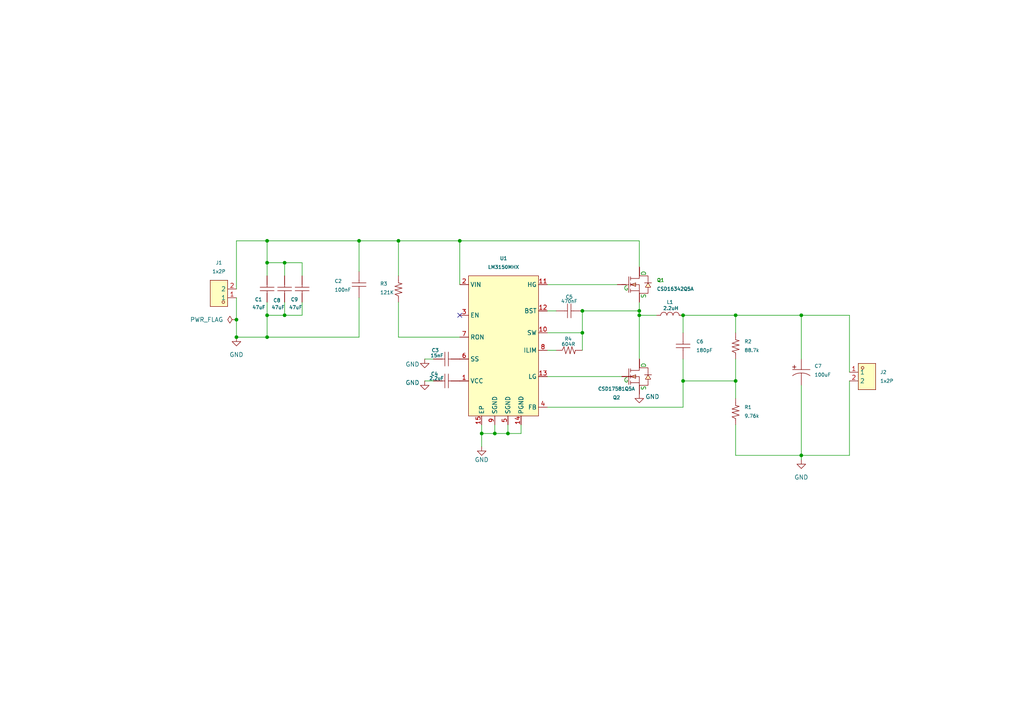
<source format=kicad_sch>
(kicad_sch
	(version 20231120)
	(generator "eeschema")
	(generator_version "8.0")
	(uuid "cad6479f-a3ad-4081-9bb9-8e11731218ab")
	(paper "A4")
	(title_block
		(title "Buck Converter (LM3150)")
		(date "2025-01-13")
		(company "GIZANTECH")
	)
	(lib_symbols
		(symbol "GT_Capacitor:SMD Capacitor Non Polar"
			(exclude_from_sim no)
			(in_bom yes)
			(on_board yes)
			(property "Reference" "C?"
				(at 0 3.302 0)
				(effects
					(font
						(size 1 1)
					)
				)
			)
			(property "Value" ""
				(at 0 -5.08 0)
				(effects
					(font
						(size 1 1)
					)
				)
			)
			(property "Footprint" ""
				(at 0 -7.62 0)
				(effects
					(font
						(size 1.27 1.27)
					)
					(hide yes)
				)
			)
			(property "Datasheet" ""
				(at 0 -10.16 0)
				(effects
					(font
						(size 1.27 1.27)
					)
					(hide yes)
				)
			)
			(property "Description" ""
				(at 0 -12.7 0)
				(effects
					(font
						(size 1.27 1.27)
					)
					(hide yes)
				)
			)
			(property "LCSC Part #" ""
				(at 0 -15.24 0)
				(effects
					(font
						(size 1.27 1.27)
					)
					(hide yes)
				)
			)
			(property "JLCPCB Part #" ""
				(at 0 -17.78 0)
				(effects
					(font
						(size 1.27 1.27)
					)
					(hide yes)
				)
			)
			(property "LCSC Part ID" ""
				(at 0 -20.32 0)
				(effects
					(font
						(size 1.27 1.27)
					)
					(hide yes)
				)
			)
			(property "Manufacturer" ""
				(at 0 -22.86 0)
				(effects
					(font
						(size 1.27 1.27)
					)
					(hide yes)
				)
			)
			(property "MPN" ""
				(at 0 -25.4 0)
				(effects
					(font
						(size 1.27 1.27)
					)
					(hide yes)
				)
			)
			(property "Mouser #" ""
				(at 0 -27.94 0)
				(effects
					(font
						(size 1.27 1.27)
					)
					(hide yes)
				)
			)
			(property "DigiKey Part Number" ""
				(at 0 -30.48 0)
				(effects
					(font
						(size 1.27 1.27)
					)
					(hide yes)
				)
			)
			(property "USER" ""
				(at 0 -33.02 0)
				(effects
					(font
						(size 1.27 1.27)
					)
					(hide yes)
				)
			)
			(symbol "SMD Capacitor Non Polar_1_0"
				(polyline
					(pts
						(xy -1.27 0) (xy -0.508 0)
					)
					(stroke
						(width 0)
						(type default)
					)
					(fill
						(type none)
					)
				)
				(polyline
					(pts
						(xy -0.508 2.032) (xy -0.508 -2.032)
					)
					(stroke
						(width 0)
						(type default)
					)
					(fill
						(type none)
					)
				)
				(polyline
					(pts
						(xy 0.508 0) (xy 1.27 0)
					)
					(stroke
						(width 0)
						(type default)
					)
					(fill
						(type none)
					)
				)
				(polyline
					(pts
						(xy 0.508 2.032) (xy 0.508 -2.032)
					)
					(stroke
						(width 0)
						(type default)
					)
					(fill
						(type none)
					)
				)
				(pin passive line
					(at -3.81 0 0)
					(length 2.54)
					(name "1"
						(effects
							(font
								(size 0 0)
							)
						)
					)
					(number "1"
						(effects
							(font
								(size 0 0)
							)
						)
					)
				)
				(pin passive line
					(at 3.81 0 180)
					(length 2.54)
					(name "2"
						(effects
							(font
								(size 0 0)
							)
						)
					)
					(number "2"
						(effects
							(font
								(size 0 0)
							)
						)
					)
				)
			)
		)
		(symbol "GT_Capacitor:SMD Capacitor Polar"
			(exclude_from_sim no)
			(in_bom yes)
			(on_board yes)
			(property "Reference" "C?"
				(at 4.064 -0.254 0)
				(effects
					(font
						(size 1 1)
					)
				)
			)
			(property "Value" ""
				(at 0 -5.08 0)
				(effects
					(font
						(size 1 1)
					)
				)
			)
			(property "Footprint" ""
				(at 0 -7.62 0)
				(effects
					(font
						(size 1.27 1.27)
					)
					(hide yes)
				)
			)
			(property "Datasheet" ""
				(at 0 -10.16 0)
				(effects
					(font
						(size 1.27 1.27)
					)
					(hide yes)
				)
			)
			(property "Description" ""
				(at 0 -12.7 0)
				(effects
					(font
						(size 1.27 1.27)
					)
					(hide yes)
				)
			)
			(property "LCSC Part #" ""
				(at 0 -15.24 0)
				(effects
					(font
						(size 1.27 1.27)
					)
					(hide yes)
				)
			)
			(property "JLCPCB Part #" ""
				(at 0 -17.78 0)
				(effects
					(font
						(size 1.27 1.27)
					)
					(hide yes)
				)
			)
			(property "LCSC Part ID" ""
				(at 0 -20.32 0)
				(effects
					(font
						(size 1.27 1.27)
					)
					(hide yes)
				)
			)
			(property "Manufacturer" ""
				(at 0 -22.86 0)
				(effects
					(font
						(size 1.27 1.27)
					)
					(hide yes)
				)
			)
			(property "MPN" ""
				(at 0 -25.4 0)
				(effects
					(font
						(size 1.27 1.27)
					)
					(hide yes)
				)
			)
			(property "Mouser #" ""
				(at 0 -27.94 0)
				(effects
					(font
						(size 1.27 1.27)
					)
					(hide yes)
				)
			)
			(property "DigiKey Part Number" ""
				(at 0 -30.48 0)
				(effects
					(font
						(size 1.27 1.27)
					)
					(hide yes)
				)
			)
			(property "USER" ""
				(at 0 -33.02 0)
				(effects
					(font
						(size 1.27 1.27)
					)
					(hide yes)
				)
			)
			(symbol "SMD Capacitor Polar_1_0"
				(rectangle
					(start -2.54 1.4986)
					(end -1.524 1.524)
					(stroke
						(width 0)
						(type default)
					)
					(fill
						(type none)
					)
				)
				(rectangle
					(start -2.032 1.016)
					(end -2.0066 2.032)
					(stroke
						(width 0)
						(type default)
					)
					(fill
						(type none)
					)
				)
				(arc
					(start 0 -0.254)
					(mid -1.3371 -0.4113)
					(end -2.54 -1.016)
					(stroke
						(width 0)
						(type default)
					)
					(fill
						(type none)
					)
				)
				(polyline
					(pts
						(xy -2.54 0.762) (xy 2.54 0.762)
					)
					(stroke
						(width 0)
						(type default)
					)
					(fill
						(type none)
					)
				)
				(arc
					(start 2.54 -1.016)
					(mid 1.3371 -0.4112)
					(end 0 -0.254)
					(stroke
						(width 0)
						(type default)
					)
					(fill
						(type none)
					)
				)
				(pin passive line
					(at 0 3.81 270)
					(length 3.048)
					(name "1"
						(effects
							(font
								(size 0 0)
							)
						)
					)
					(number "1"
						(effects
							(font
								(size 0 0)
							)
						)
					)
				)
				(pin passive line
					(at 0 -3.81 90)
					(length 3.556)
					(name "2"
						(effects
							(font
								(size 0 0)
							)
						)
					)
					(number "2"
						(effects
							(font
								(size 0 0)
							)
						)
					)
				)
			)
		)
		(symbol "GT_Inductor:SMD Inductor"
			(exclude_from_sim no)
			(in_bom yes)
			(on_board yes)
			(property "Reference" "L?"
				(at 0 2.54 0)
				(effects
					(font
						(size 1 1)
					)
				)
			)
			(property "Value" ""
				(at 0 -5.08 0)
				(effects
					(font
						(size 1 1)
					)
				)
			)
			(property "Footprint" ""
				(at 0 -7.62 0)
				(effects
					(font
						(size 1.27 1.27)
					)
					(hide yes)
				)
			)
			(property "Datasheet" ""
				(at 0 -10.16 0)
				(effects
					(font
						(size 1.27 1.27)
					)
					(hide yes)
				)
			)
			(property "Description" ""
				(at 0 -12.7 0)
				(effects
					(font
						(size 1.27 1.27)
					)
					(hide yes)
				)
			)
			(property "LCSC Part #" ""
				(at 0 -15.24 0)
				(effects
					(font
						(size 1.27 1.27)
					)
					(hide yes)
				)
			)
			(property "JLCPCB Part #" ""
				(at 0 -17.78 0)
				(effects
					(font
						(size 1.27 1.27)
					)
					(hide yes)
				)
			)
			(property "LCSC Part ID" ""
				(at 0 -20.32 0)
				(effects
					(font
						(size 1.27 1.27)
					)
					(hide yes)
				)
			)
			(property "Manufacturer" ""
				(at 0 -22.86 0)
				(effects
					(font
						(size 1.27 1.27)
					)
					(hide yes)
				)
			)
			(property "MPN" ""
				(at 0 -25.4 0)
				(effects
					(font
						(size 1.27 1.27)
					)
					(hide yes)
				)
			)
			(property "Mouser #" ""
				(at 0 -27.94 0)
				(effects
					(font
						(size 1.27 1.27)
					)
					(hide yes)
				)
			)
			(property "DigiKey Part Number" ""
				(at 0 -30.48 0)
				(effects
					(font
						(size 1.27 1.27)
					)
					(hide yes)
				)
			)
			(property "USER" ""
				(at 0 -33.02 0)
				(effects
					(font
						(size 1.27 1.27)
					)
					(hide yes)
				)
			)
			(symbol "SMD Inductor_1_0"
				(arc
					(start -0.889 0)
					(mid -1.778 0.889)
					(end -2.667 0)
					(stroke
						(width 0)
						(type default)
					)
					(fill
						(type none)
					)
				)
				(arc
					(start 0.889 -0.0001)
					(mid 0.0001 0.889)
					(end -0.889 0.0002)
					(stroke
						(width 0)
						(type default)
					)
					(fill
						(type none)
					)
				)
				(arc
					(start 2.667 -0.0001)
					(mid 1.7781 0.889)
					(end 0.889 0.0002)
					(stroke
						(width 0)
						(type default)
					)
					(fill
						(type none)
					)
				)
				(pin passive line
					(at -3.81 0 0)
					(length 1.143)
					(name "1"
						(effects
							(font
								(size 0 0)
							)
						)
					)
					(number "1"
						(effects
							(font
								(size 0 0)
							)
						)
					)
				)
				(pin passive line
					(at 3.81 0 180)
					(length 1.143)
					(name "2"
						(effects
							(font
								(size 0 0)
							)
						)
					)
					(number "2"
						(effects
							(font
								(size 0 0)
							)
						)
					)
				)
			)
		)
		(symbol "GT_Resistor:SMD Resistor"
			(exclude_from_sim no)
			(in_bom yes)
			(on_board yes)
			(property "Reference" "R?"
				(at 0 5.08 0)
				(effects
					(font
						(size 1 1)
					)
				)
			)
			(property "Value" ""
				(at 0 -5.08 0)
				(effects
					(font
						(size 1 1)
					)
				)
			)
			(property "Footprint" ""
				(at 0 -7.62 0)
				(effects
					(font
						(size 1.27 1.27)
					)
					(hide yes)
				)
			)
			(property "Datasheet" ""
				(at 0 -10.16 0)
				(effects
					(font
						(size 1.27 1.27)
					)
					(hide yes)
				)
			)
			(property "Description" ""
				(at 0 -12.7 0)
				(effects
					(font
						(size 1.27 1.27)
					)
					(hide yes)
				)
			)
			(property "LCSC Part #" ""
				(at 0 -15.24 0)
				(effects
					(font
						(size 1.27 1.27)
					)
					(hide yes)
				)
			)
			(property "JLCPCB Part #" ""
				(at 0 -17.78 0)
				(effects
					(font
						(size 1.27 1.27)
					)
					(hide yes)
				)
			)
			(property "LCSC Part ID" ""
				(at 0 -20.32 0)
				(effects
					(font
						(size 1.27 1.27)
					)
					(hide yes)
				)
			)
			(property "Manufacturer" ""
				(at 0 -22.86 0)
				(effects
					(font
						(size 1.27 1.27)
					)
					(hide yes)
				)
			)
			(property "MPN" ""
				(at 0 -25.4 0)
				(effects
					(font
						(size 1.27 1.27)
					)
					(hide yes)
				)
			)
			(property "Mouser #" ""
				(at 0 -27.94 0)
				(effects
					(font
						(size 1.27 1.27)
					)
					(hide yes)
				)
			)
			(property "DigiKey Part Number" ""
				(at 0 -30.48 0)
				(effects
					(font
						(size 1.27 1.27)
					)
					(hide yes)
				)
			)
			(property "USER" ""
				(at 0 -33.02 0)
				(effects
					(font
						(size 1.27 1.27)
					)
					(hide yes)
				)
			)
			(symbol "SMD Resistor_0_1"
				(polyline
					(pts
						(xy -2.032 0) (xy -2.54 0)
					)
					(stroke
						(width 0)
						(type default)
					)
					(fill
						(type none)
					)
				)
				(polyline
					(pts
						(xy 1.778 0) (xy 2.54 0)
					)
					(stroke
						(width 0)
						(type default)
					)
					(fill
						(type none)
					)
				)
			)
			(symbol "SMD Resistor_1_0"
				(polyline
					(pts
						(xy -2.032 0) (xy -1.524 1.016)
					)
					(stroke
						(width 0)
						(type default)
					)
					(fill
						(type none)
					)
				)
				(polyline
					(pts
						(xy -1.524 1.016) (xy -1.016 -1.016)
					)
					(stroke
						(width 0)
						(type default)
					)
					(fill
						(type none)
					)
				)
				(polyline
					(pts
						(xy -1.016 -1.016) (xy -0.254 1.016)
					)
					(stroke
						(width 0)
						(type default)
					)
					(fill
						(type none)
					)
				)
				(polyline
					(pts
						(xy -0.254 1.016) (xy 0.254 -1.016)
					)
					(stroke
						(width 0)
						(type default)
					)
					(fill
						(type none)
					)
				)
				(polyline
					(pts
						(xy 0.254 -1.016) (xy 0.762 1.016)
					)
					(stroke
						(width 0)
						(type default)
					)
					(fill
						(type none)
					)
				)
				(polyline
					(pts
						(xy 0.762 1.016) (xy 1.524 -1.016)
					)
					(stroke
						(width 0)
						(type default)
					)
					(fill
						(type none)
					)
				)
				(polyline
					(pts
						(xy 1.524 -1.016) (xy 1.778 0)
					)
					(stroke
						(width 0)
						(type default)
					)
					(fill
						(type none)
					)
				)
				(pin passive line
					(at -3.81 0 0)
					(length 1.27)
					(name "1"
						(effects
							(font
								(size 0 0)
							)
						)
					)
					(number "1"
						(effects
							(font
								(size 0 0)
							)
						)
					)
				)
				(pin passive line
					(at 3.81 0 180)
					(length 1.27)
					(name "2"
						(effects
							(font
								(size 0 0)
							)
						)
					)
					(number "2"
						(effects
							(font
								(size 0 0)
							)
						)
					)
				)
			)
		)
		(symbol "GT_Screw-Terminal-Blocks:ST-Plugin,5.08mm-2P"
			(exclude_from_sim no)
			(in_bom yes)
			(on_board yes)
			(property "Reference" "J?"
				(at 0 5.08 0)
				(effects
					(font
						(size 1 1)
					)
				)
			)
			(property "Value" "1x2P"
				(at 0 -5.08 0)
				(effects
					(font
						(size 1 1)
					)
				)
			)
			(property "Footprint" "GT_Connectors:ST-2P-Plugin,P=5.08mm"
				(at 0 -7.62 0)
				(effects
					(font
						(size 1.27 1.27)
					)
					(hide yes)
				)
			)
			(property "Datasheet" ""
				(at 0 -10.16 0)
				(effects
					(font
						(size 1.27 1.27)
					)
					(hide yes)
				)
			)
			(property "Description" ""
				(at 0 -12.7 0)
				(effects
					(font
						(size 1.27 1.27)
					)
					(hide yes)
				)
			)
			(property "LCSC Part #" ""
				(at 0 -15.24 0)
				(effects
					(font
						(size 1.27 1.27)
					)
					(hide yes)
				)
			)
			(property "JLCPCB Part #" ""
				(at 0 -17.78 0)
				(effects
					(font
						(size 1.27 1.27)
					)
					(hide yes)
				)
			)
			(property "LCSC Part ID" ""
				(at 0 -20.32 0)
				(effects
					(font
						(size 1.27 1.27)
					)
					(hide yes)
				)
			)
			(property "Manufacturer" ""
				(at 0 -22.86 0)
				(effects
					(font
						(size 1.27 1.27)
					)
					(hide yes)
				)
			)
			(property "MPN" ""
				(at 0 -25.4 0)
				(effects
					(font
						(size 1.27 1.27)
					)
					(hide yes)
				)
			)
			(property "Mouser #" ""
				(at 0 -27.94 0)
				(effects
					(font
						(size 1.27 1.27)
					)
					(hide yes)
				)
			)
			(property "DigiKey Part Number" ""
				(at 0 -30.48 0)
				(effects
					(font
						(size 1.27 1.27)
					)
					(hide yes)
				)
			)
			(property "USER" ""
				(at 0 -33.02 0)
				(effects
					(font
						(size 1.27 1.27)
					)
					(hide yes)
				)
			)
			(symbol "ST-Plugin,5.08mm-2P_1_0"
				(rectangle
					(start -2.54 3.81)
					(end 2.54 -3.81)
					(stroke
						(width 0)
						(type default)
					)
					(fill
						(type background)
					)
				)
				(circle
					(center -1.27 2.54)
					(radius 0.381)
					(stroke
						(width 0)
						(type default)
					)
					(fill
						(type none)
					)
				)
				(pin passive line
					(at -5.08 1.27 0)
					(length 2.54)
					(name "1"
						(effects
							(font
								(size 1.27 1.27)
							)
						)
					)
					(number "1"
						(effects
							(font
								(size 1.27 1.27)
							)
						)
					)
				)
				(pin passive line
					(at -5.08 -1.27 0)
					(length 2.54)
					(name "2"
						(effects
							(font
								(size 1.27 1.27)
							)
						)
					)
					(number "2"
						(effects
							(font
								(size 1.27 1.27)
							)
						)
					)
				)
			)
		)
		(symbol "easyeda2kicad:CSD16342Q5A"
			(exclude_from_sim no)
			(in_bom yes)
			(on_board yes)
			(property "Reference" "Q?"
				(at 0 10.16 0)
				(effects
					(font
						(size 1 1)
						(color 0 132 0 1)
					)
				)
			)
			(property "Value" "CSD16342Q5A"
				(at 0.762 -11.176 0)
				(effects
					(font
						(size 1 1)
					)
				)
			)
			(property "Footprint" "easyeda2kicad:PQFN-8_L5.8-W4.9-P1.27-LS6.0-BL"
				(at 0 -13.716 0)
				(effects
					(font
						(size 1 1)
					)
					(hide yes)
				)
			)
			(property "Datasheet" "https://www.ti.com/cn/lit/gpn/csd16342q5a"
				(at 0 -15.24 0)
				(effects
					(font
						(size 1 1)
					)
					(hide yes)
				)
			)
			(property "Description" "25V 100A 3W 4.7mΩ@20A,8V 1.1V@250uA 1PCSNChannel VSONP-8(5x6)  MOSFETs ROHS"
				(at 0 -17.78 0)
				(effects
					(font
						(size 1 1)
					)
					(hide yes)
				)
			)
			(property "LCSC Part #" "https://www.lcsc.com/product-detail/mosfets_texas-instruments-csd16342q5a_C2760459.html"
				(at 0 -20.32 0)
				(effects
					(font
						(size 1 1)
					)
					(hide yes)
				)
			)
			(property "JLCPCB Part #" "https://jlcpcb.com/partdetail/TexasInstruments-CSD16342Q5A/C2760459"
				(at 0 -22.86 0)
				(effects
					(font
						(size 1 1)
					)
					(hide yes)
				)
			)
			(property "LCSC Part ID" "C2760459"
				(at 0 -25.4 0)
				(effects
					(font
						(size 1 1)
					)
					(hide yes)
				)
			)
			(property "Manufacturer" "Texas Instruments "
				(at 0 -27.94 0)
				(effects
					(font
						(size 1 1)
					)
					(hide yes)
				)
			)
			(property "MPN" "CSD16342Q5A"
				(at 0 -30.48 0)
				(effects
					(font
						(size 1 1)
					)
					(hide yes)
				)
			)
			(property "Mouser #" ""
				(at 0 -33.02 0)
				(effects
					(font
						(size 1 1)
					)
					(hide yes)
				)
			)
			(property "DigiKey Part Number" ""
				(at 0 -35.56 0)
				(effects
					(font
						(size 1 1)
					)
					(hide yes)
				)
			)
			(property "USER" ""
				(at 0 -38.1 0)
				(effects
					(font
						(size 1 1)
					)
					(hide yes)
				)
			)
			(symbol "CSD16342Q5A_0_1"
				(polyline
					(pts
						(xy -3.81 0) (xy -1.78 0)
					)
					(stroke
						(width 0)
						(type default)
					)
					(fill
						(type none)
					)
				)
				(polyline
					(pts
						(xy -1.78 2.29) (xy -1.78 -2.29)
					)
					(stroke
						(width 0)
						(type default)
					)
					(fill
						(type none)
					)
				)
				(polyline
					(pts
						(xy -1.27 -2.29) (xy -1.27 -1.27)
					)
					(stroke
						(width 0)
						(type default)
					)
					(fill
						(type none)
					)
				)
				(polyline
					(pts
						(xy -1.27 -0.51) (xy -1.27 0.51)
					)
					(stroke
						(width 0)
						(type default)
					)
					(fill
						(type none)
					)
				)
				(polyline
					(pts
						(xy -1.27 2.29) (xy -1.27 1.27)
					)
					(stroke
						(width 0)
						(type default)
					)
					(fill
						(type none)
					)
				)
				(polyline
					(pts
						(xy 1.27 -1.78) (xy -1.27 -1.78)
					)
					(stroke
						(width 0)
						(type default)
					)
					(fill
						(type none)
					)
				)
				(polyline
					(pts
						(xy -1.27 0) (xy 0.25 -0.51) (xy 0.25 0.51) (xy -1.27 0)
					)
					(stroke
						(width 0)
						(type default)
					)
					(fill
						(type background)
					)
				)
				(polyline
					(pts
						(xy 3.81 0.51) (xy 3.05 -0.76) (xy 4.57 -0.76) (xy 3.81 0.51)
					)
					(stroke
						(width 0)
						(type default)
					)
					(fill
						(type background)
					)
				)
				(polyline
					(pts
						(xy 4.83 0.51) (xy 4.32 0.51) (xy 3.3 0.51) (xy 2.79 0.51)
					)
					(stroke
						(width 0)
						(type default)
					)
					(fill
						(type none)
					)
				)
				(polyline
					(pts
						(xy -1.27 0) (xy 1.27 0) (xy 1.27 -2.54) (xy 3.81 -2.54) (xy 3.81 -0.76)
					)
					(stroke
						(width 0)
						(type default)
					)
					(fill
						(type none)
					)
				)
				(polyline
					(pts
						(xy -1.27 1.78) (xy 1.27 1.78) (xy 1.27 2.54) (xy 3.81 2.54) (xy 3.81 0.51)
					)
					(stroke
						(width 0)
						(type default)
					)
					(fill
						(type none)
					)
				)
				(pin passive line
					(at 1.27 -5.08 90)
					(length 2.54)
					(name "S"
						(effects
							(font
								(size 0 0)
							)
						)
					)
					(number "1"
						(effects
							(font
								(size 0 0)
							)
						)
					)
				)
				(pin passive line
					(at 1.27 -5.08 90)
					(length 2.54)
					(name "S"
						(effects
							(font
								(size 0 0)
							)
						)
					)
					(number "3"
						(effects
							(font
								(size 0 0)
							)
						)
					)
				)
			)
			(symbol "CSD16342Q5A_1_1"
				(text "D"
					(at 2.54 3.302 900)
					(effects
						(font
							(size 1.27 1.27)
							(color 0 132 0 1)
						)
					)
				)
				(text "G"
					(at -2.54 -1.016 0)
					(effects
						(font
							(size 1.27 1.27)
							(color 0 132 0 1)
						)
					)
				)
				(text "S"
					(at 2.54 -3.302 900)
					(effects
						(font
							(size 1.27 1.27)
							(color 0 132 0 1)
						)
					)
				)
				(pin passive line
					(at 1.27 -5.08 90)
					(length 2.54)
					(name "S"
						(effects
							(font
								(size 0 0)
							)
						)
					)
					(number "2"
						(effects
							(font
								(size 0 0)
							)
						)
					)
				)
				(pin passive line
					(at -5.08 0 0)
					(length 2.54)
					(name "G"
						(effects
							(font
								(size 0 0)
							)
						)
					)
					(number "4"
						(effects
							(font
								(size 0 0)
							)
						)
					)
				)
				(pin passive line
					(at 1.27 5.08 270)
					(length 2.54)
					(name "D"
						(effects
							(font
								(size 0 0)
							)
						)
					)
					(number "5"
						(effects
							(font
								(size 0 0)
							)
						)
					)
				)
				(pin passive line
					(at 1.27 5.08 270)
					(length 2.54)
					(name "D"
						(effects
							(font
								(size 0 0)
							)
						)
					)
					(number "6"
						(effects
							(font
								(size 0 0)
							)
						)
					)
				)
				(pin passive line
					(at 1.27 5.08 270)
					(length 2.54)
					(name "D"
						(effects
							(font
								(size 0 0)
							)
						)
					)
					(number "7"
						(effects
							(font
								(size 0 0)
							)
						)
					)
				)
				(pin passive line
					(at 1.27 5.08 270)
					(length 2.54)
					(name "D"
						(effects
							(font
								(size 0 0)
							)
						)
					)
					(number "8"
						(effects
							(font
								(size 0 0)
							)
						)
					)
				)
				(pin passive line
					(at 1.27 5.08 270)
					(length 2.54)
					(name "D"
						(effects
							(font
								(size 0 0)
							)
						)
					)
					(number "9"
						(effects
							(font
								(size 0 0)
							)
						)
					)
				)
			)
		)
		(symbol "easyeda2kicad:CSD17581Q5A"
			(exclude_from_sim no)
			(in_bom yes)
			(on_board yes)
			(property "Reference" "Q?"
				(at 0.254 11.43 0)
				(effects
					(font
						(size 1 1)
					)
				)
			)
			(property "Value" "CSD17581Q5A"
				(at 0.254 -11.684 0)
				(effects
					(font
						(size 1 1)
					)
				)
			)
			(property "Footprint" "easyeda2kicad:DFN-8_L5.8-W4.9-P1.27-LS6.0-BL-1"
				(at 0 -14.478 0)
				(effects
					(font
						(size 1 1)
					)
					(hide yes)
				)
			)
			(property "Datasheet" "https://wmsc.lcsc.com/wmsc/upload/file/pdf/v2/lcsc/1912202029_Texas-Instruments-CSD17581Q5A_C471056.pdf"
				(at 0 -17.018 0)
				(effects
					(font
						(size 1 1)
					)
					(hide yes)
				)
			)
			(property "Description" "30V 24A 3.1W 3.4mΩ@10V,16A 1.7V@250uA 1PCSNChannel VSONP-8(4.9x6)  MOSFETs ROHS"
				(at 0 -19.558 0)
				(effects
					(font
						(size 1 1)
					)
					(hide yes)
				)
			)
			(property "LCSC Part #" "https://www.lcsc.com/product-detail/mosfets_texas-instruments-csd17581q5a_C471056.html"
				(at 0 -22.098 0)
				(effects
					(font
						(size 1 1)
					)
					(hide yes)
				)
			)
			(property "JLCPCB Part #" "https://jlcpcb.com/partdetail/TexasInstruments-CSD17581Q5A/C471056"
				(at 0 -24.638 0)
				(effects
					(font
						(size 1 1)
					)
					(hide yes)
				)
			)
			(property "LCSC Part ID" "C471056"
				(at 0 -27.178 0)
				(effects
					(font
						(size 1 1)
					)
					(hide yes)
				)
			)
			(property "Manufacturer" "Texas Instruments "
				(at 0 -29.718 0)
				(effects
					(font
						(size 1 1)
					)
					(hide yes)
				)
			)
			(property "MPN" "CSD17581Q5A"
				(at 0 -32.258 0)
				(effects
					(font
						(size 1 1)
					)
					(hide yes)
				)
			)
			(property "Mouser #" ""
				(at 0 -33.02 0)
				(effects
					(font
						(size 1 1)
					)
					(hide yes)
				)
			)
			(property "DigiKey Part Number" ""
				(at 0 -35.56 0)
				(effects
					(font
						(size 1 1)
					)
					(hide yes)
				)
			)
			(property "USER" ""
				(at 0 -38.1 0)
				(effects
					(font
						(size 1 1)
					)
					(hide yes)
				)
			)
			(symbol "CSD17581Q5A_0_1"
				(polyline
					(pts
						(xy -5.08 0) (xy -3.05 0)
					)
					(stroke
						(width 0)
						(type default)
					)
					(fill
						(type none)
					)
				)
				(polyline
					(pts
						(xy -3.05 2.29) (xy -3.05 -2.29)
					)
					(stroke
						(width 0)
						(type default)
					)
					(fill
						(type none)
					)
				)
				(polyline
					(pts
						(xy -2.54 -2.29) (xy -2.54 -1.27)
					)
					(stroke
						(width 0)
						(type default)
					)
					(fill
						(type none)
					)
				)
				(polyline
					(pts
						(xy -2.54 -0.51) (xy -2.54 0.51)
					)
					(stroke
						(width 0)
						(type default)
					)
					(fill
						(type none)
					)
				)
				(polyline
					(pts
						(xy -2.54 2.29) (xy -2.54 1.27)
					)
					(stroke
						(width 0)
						(type default)
					)
					(fill
						(type none)
					)
				)
				(polyline
					(pts
						(xy 0 -1.78) (xy -2.54 -1.78)
					)
					(stroke
						(width 0)
						(type default)
					)
					(fill
						(type none)
					)
				)
				(polyline
					(pts
						(xy -2.54 0) (xy -1.02 -0.51) (xy -1.02 0.51) (xy -2.54 0)
					)
					(stroke
						(width 0)
						(type default)
					)
					(fill
						(type background)
					)
				)
				(polyline
					(pts
						(xy 2.54 0.51) (xy 1.78 -0.76) (xy 3.3 -0.76) (xy 2.54 0.51)
					)
					(stroke
						(width 0)
						(type default)
					)
					(fill
						(type background)
					)
				)
				(polyline
					(pts
						(xy 3.56 0.51) (xy 3.05 0.51) (xy 2.03 0.51) (xy 1.52 0.51)
					)
					(stroke
						(width 0)
						(type default)
					)
					(fill
						(type none)
					)
				)
				(polyline
					(pts
						(xy -2.54 0) (xy 0 0) (xy 0 -2.54) (xy 2.54 -2.54) (xy 2.54 -0.76)
					)
					(stroke
						(width 0)
						(type default)
					)
					(fill
						(type none)
					)
				)
				(polyline
					(pts
						(xy -2.54 1.78) (xy 0 1.78) (xy 0 2.54) (xy 2.54 2.54) (xy 2.54 0.51)
					)
					(stroke
						(width 0)
						(type default)
					)
					(fill
						(type none)
					)
				)
				(pin passive line
					(at 0 -5.08 90)
					(length 2.54)
					(name "S"
						(effects
							(font
								(size 0 0)
							)
						)
					)
					(number "1"
						(effects
							(font
								(size 0 0)
							)
						)
					)
				)
				(pin passive line
					(at 0 -5.08 90)
					(length 2.54)
					(name "S"
						(effects
							(font
								(size 0 0)
							)
						)
					)
					(number "2"
						(effects
							(font
								(size 0 0)
							)
						)
					)
				)
				(pin passive line
					(at 0 -5.08 90)
					(length 2.54)
					(name "S"
						(effects
							(font
								(size 0 0)
							)
						)
					)
					(number "3"
						(effects
							(font
								(size 0 0)
							)
						)
					)
				)
				(pin passive line
					(at -5.08 0 0)
					(length 2.54)
					(name "G"
						(effects
							(font
								(size 0 0)
							)
						)
					)
					(number "4"
						(effects
							(font
								(size 0 0)
							)
						)
					)
				)
				(pin passive line
					(at 0 5.08 270)
					(length 2.54)
					(name "D"
						(effects
							(font
								(size 0 0)
							)
						)
					)
					(number "5"
						(effects
							(font
								(size 0 0)
							)
						)
					)
				)
				(pin passive line
					(at 0 5.08 270)
					(length 2.54)
					(name "D"
						(effects
							(font
								(size 0 0)
							)
						)
					)
					(number "6"
						(effects
							(font
								(size 0 0)
							)
						)
					)
				)
				(pin passive line
					(at 0 5.08 270)
					(length 2.54)
					(name "D"
						(effects
							(font
								(size 0 0)
							)
						)
					)
					(number "7"
						(effects
							(font
								(size 0 0)
							)
						)
					)
				)
				(pin passive line
					(at 0 5.08 270)
					(length 2.54)
					(name "D"
						(effects
							(font
								(size 0 0)
							)
						)
					)
					(number "8"
						(effects
							(font
								(size 0 0)
							)
						)
					)
				)
				(pin passive line
					(at 0 5.08 270)
					(length 2.54)
					(name "D"
						(effects
							(font
								(size 0 0)
							)
						)
					)
					(number "9"
						(effects
							(font
								(size 0 0)
							)
						)
					)
				)
			)
			(symbol "CSD17581Q5A_1_1"
				(text "D"
					(at 1.27 3.302 900)
					(effects
						(font
							(size 1.27 1.27)
							(color 0 132 0 1)
						)
					)
				)
				(text "G"
					(at -3.81 -1.016 0)
					(effects
						(font
							(size 1.27 1.27)
							(color 0 132 0 1)
						)
					)
				)
				(text "S"
					(at 1.27 -3.302 900)
					(effects
						(font
							(size 1.27 1.27)
							(color 0 132 0 1)
						)
					)
				)
			)
		)
		(symbol "easyeda2kicad:LM3150MHX"
			(exclude_from_sim no)
			(in_bom yes)
			(on_board yes)
			(property "Reference" "U?"
				(at 0 21.082 0)
				(effects
					(font
						(size 1 1)
					)
				)
			)
			(property "Value" "LM3150MHX"
				(at 0.254 19.05 0)
				(effects
					(font
						(size 1 1)
					)
				)
			)
			(property "Footprint" "easyeda2kicad:HTSSOP-14_L5.0-W4.4-P0.65-LS6.4-BL-EP"
				(at 0 -37.846 0)
				(effects
					(font
						(size 1 1)
					)
					(hide yes)
				)
			)
			(property "Datasheet" "https://www.lcsc.com/datasheet/lcsc_datasheet_1806151712_Texas-Instruments-LM3150MHX-NOPB_C48112.pdf"
				(at 0 -40.386 0)
				(effects
					(font
						(size 1 1)
					)
					(hide yes)
				)
			)
			(property "Description" "Step-down type 6V~42V 12A HTSSOP-14-EP DC-DC Converters ROHS"
				(at 0 -42.926 0)
				(effects
					(font
						(size 1 1)
					)
					(hide yes)
				)
			)
			(property "LCSC Part #" "https://www.lcsc.com/product-detail/dc-dc-converters_texas-instruments-lm3150mhx-nopb_C48112.html"
				(at 0 -45.466 0)
				(effects
					(font
						(size 1 1)
					)
					(hide yes)
				)
			)
			(property "JLCPCB Part #" "https://jlcpcb.com/partdetail/TexasInstruments-LM3150MHXNOPB/C48112"
				(at 0 -48.006 0)
				(effects
					(font
						(size 1 1)
					)
					(hide yes)
				)
			)
			(property "LCSC Part ID" "C48112"
				(at 0 -50.546 0)
				(effects
					(font
						(size 1 1)
					)
					(hide yes)
				)
			)
			(property "Manufacturer" "Texas Instruments "
				(at 0 -53.086 0)
				(effects
					(font
						(size 1 1)
					)
					(hide yes)
				)
			)
			(property "MPN" "LM3150MHX"
				(at 0 -55.626 0)
				(effects
					(font
						(size 1 1)
					)
					(hide yes)
				)
			)
			(property "Mouser #" ""
				(at 0 -58.166 0)
				(effects
					(font
						(size 1 1)
					)
					(hide yes)
				)
			)
			(property "DigiKey Part Number" ""
				(at 0 -60.706 0)
				(effects
					(font
						(size 1 1)
					)
					(hide yes)
				)
			)
			(property "USER" ""
				(at 0 -63.246 0)
				(effects
					(font
						(size 1 1)
					)
					(hide yes)
				)
			)
			(symbol "LM3150MHX_0_1"
				(rectangle
					(start -10.16 17.78)
					(end 10.16 -22.86)
					(stroke
						(width 0)
						(type default)
					)
					(fill
						(type background)
					)
				)
				(pin passive line
					(at -12.7 -12.7 0)
					(length 2.54)
					(name "VCC"
						(effects
							(font
								(size 1.27 1.27)
							)
						)
					)
					(number "1"
						(effects
							(font
								(size 1.27 1.27)
							)
						)
					)
				)
				(pin passive line
					(at 12.7 1.27 180)
					(length 2.54)
					(name "SW"
						(effects
							(font
								(size 1.27 1.27)
							)
						)
					)
					(number "10"
						(effects
							(font
								(size 1.27 1.27)
							)
						)
					)
				)
				(pin passive line
					(at 12.7 15.24 180)
					(length 2.54)
					(name "HG"
						(effects
							(font
								(size 1.27 1.27)
							)
						)
					)
					(number "11"
						(effects
							(font
								(size 1.27 1.27)
							)
						)
					)
				)
				(pin passive line
					(at 12.7 7.62 180)
					(length 2.54)
					(name "BST"
						(effects
							(font
								(size 1.27 1.27)
							)
						)
					)
					(number "12"
						(effects
							(font
								(size 1.27 1.27)
							)
						)
					)
				)
				(pin passive line
					(at 12.7 -11.43 180)
					(length 2.54)
					(name "LG"
						(effects
							(font
								(size 1.27 1.27)
							)
						)
					)
					(number "13"
						(effects
							(font
								(size 1.27 1.27)
							)
						)
					)
				)
				(pin passive line
					(at 5.08 -25.4 90)
					(length 2.54)
					(name "PGND"
						(effects
							(font
								(size 1.27 1.27)
							)
						)
					)
					(number "14"
						(effects
							(font
								(size 1.27 1.27)
							)
						)
					)
				)
				(pin passive line
					(at -12.7 15.24 0)
					(length 2.54)
					(name "VIN"
						(effects
							(font
								(size 1.27 1.27)
							)
						)
					)
					(number "2"
						(effects
							(font
								(size 1.27 1.27)
							)
						)
					)
				)
				(pin passive line
					(at -12.7 6.35 0)
					(length 2.54)
					(name "EN"
						(effects
							(font
								(size 1.27 1.27)
							)
						)
					)
					(number "3"
						(effects
							(font
								(size 1.27 1.27)
							)
						)
					)
				)
				(pin passive line
					(at 12.7 -20.32 180)
					(length 2.54)
					(name "FB"
						(effects
							(font
								(size 1.27 1.27)
							)
						)
					)
					(number "4"
						(effects
							(font
								(size 1.27 1.27)
							)
						)
					)
				)
				(pin passive line
					(at 1.27 -25.4 90)
					(length 2.54)
					(name "SGND"
						(effects
							(font
								(size 1.27 1.27)
							)
						)
					)
					(number "5"
						(effects
							(font
								(size 1.27 1.27)
							)
						)
					)
				)
				(pin passive line
					(at -12.7 -6.35 0)
					(length 2.54)
					(name "SS"
						(effects
							(font
								(size 1.27 1.27)
							)
						)
					)
					(number "6"
						(effects
							(font
								(size 1.27 1.27)
							)
						)
					)
				)
				(pin passive line
					(at -12.7 0 0)
					(length 2.54)
					(name "RON"
						(effects
							(font
								(size 1.27 1.27)
							)
						)
					)
					(number "7"
						(effects
							(font
								(size 1.27 1.27)
							)
						)
					)
				)
				(pin passive line
					(at 12.7 -3.81 180)
					(length 2.54)
					(name "ILIM"
						(effects
							(font
								(size 1.27 1.27)
							)
						)
					)
					(number "8"
						(effects
							(font
								(size 1.27 1.27)
							)
						)
					)
				)
				(pin passive line
					(at -2.54 -25.4 90)
					(length 2.54)
					(name "SGND"
						(effects
							(font
								(size 1.27 1.27)
							)
						)
					)
					(number "9"
						(effects
							(font
								(size 1.27 1.27)
							)
						)
					)
				)
			)
			(symbol "LM3150MHX_1_1"
				(pin passive line
					(at -6.35 -25.4 90)
					(length 2.54)
					(name "EP"
						(effects
							(font
								(size 1.27 1.27)
							)
						)
					)
					(number "15"
						(effects
							(font
								(size 1.27 1.27)
							)
						)
					)
				)
			)
		)
		(symbol "power:GND"
			(power)
			(pin_numbers hide)
			(pin_names
				(offset 0) hide)
			(exclude_from_sim no)
			(in_bom yes)
			(on_board yes)
			(property "Reference" "#PWR"
				(at 0 -6.35 0)
				(effects
					(font
						(size 1.27 1.27)
					)
					(hide yes)
				)
			)
			(property "Value" "GND"
				(at 0 -3.81 0)
				(effects
					(font
						(size 1.27 1.27)
					)
				)
			)
			(property "Footprint" ""
				(at 0 0 0)
				(effects
					(font
						(size 1.27 1.27)
					)
					(hide yes)
				)
			)
			(property "Datasheet" ""
				(at 0 0 0)
				(effects
					(font
						(size 1.27 1.27)
					)
					(hide yes)
				)
			)
			(property "Description" "Power symbol creates a global label with name \"GND\" , ground"
				(at 0 0 0)
				(effects
					(font
						(size 1.27 1.27)
					)
					(hide yes)
				)
			)
			(property "ki_keywords" "global power"
				(at 0 0 0)
				(effects
					(font
						(size 1.27 1.27)
					)
					(hide yes)
				)
			)
			(symbol "GND_0_1"
				(polyline
					(pts
						(xy 0 0) (xy 0 -1.27) (xy 1.27 -1.27) (xy 0 -2.54) (xy -1.27 -1.27) (xy 0 -1.27)
					)
					(stroke
						(width 0)
						(type default)
					)
					(fill
						(type none)
					)
				)
			)
			(symbol "GND_1_1"
				(pin power_in line
					(at 0 0 270)
					(length 0)
					(name "~"
						(effects
							(font
								(size 1.27 1.27)
							)
						)
					)
					(number "1"
						(effects
							(font
								(size 1.27 1.27)
							)
						)
					)
				)
			)
		)
		(symbol "power:PWR_FLAG"
			(power)
			(pin_numbers hide)
			(pin_names
				(offset 0) hide)
			(exclude_from_sim no)
			(in_bom yes)
			(on_board yes)
			(property "Reference" "#FLG"
				(at 0 1.905 0)
				(effects
					(font
						(size 1.27 1.27)
					)
					(hide yes)
				)
			)
			(property "Value" "PWR_FLAG"
				(at 0 3.81 0)
				(effects
					(font
						(size 1.27 1.27)
					)
				)
			)
			(property "Footprint" ""
				(at 0 0 0)
				(effects
					(font
						(size 1.27 1.27)
					)
					(hide yes)
				)
			)
			(property "Datasheet" "~"
				(at 0 0 0)
				(effects
					(font
						(size 1.27 1.27)
					)
					(hide yes)
				)
			)
			(property "Description" "Special symbol for telling ERC where power comes from"
				(at 0 0 0)
				(effects
					(font
						(size 1.27 1.27)
					)
					(hide yes)
				)
			)
			(property "ki_keywords" "flag power"
				(at 0 0 0)
				(effects
					(font
						(size 1.27 1.27)
					)
					(hide yes)
				)
			)
			(symbol "PWR_FLAG_0_0"
				(pin power_out line
					(at 0 0 90)
					(length 0)
					(name "~"
						(effects
							(font
								(size 1.27 1.27)
							)
						)
					)
					(number "1"
						(effects
							(font
								(size 1.27 1.27)
							)
						)
					)
				)
			)
			(symbol "PWR_FLAG_0_1"
				(polyline
					(pts
						(xy 0 0) (xy 0 1.27) (xy -1.016 1.905) (xy 0 2.54) (xy 1.016 1.905) (xy 0 1.27)
					)
					(stroke
						(width 0)
						(type default)
					)
					(fill
						(type none)
					)
				)
			)
		)
	)
	(junction
		(at 168.91 90.17)
		(diameter 0)
		(color 0 0 0 0)
		(uuid "0132edd9-b465-4b41-85f9-34cb76e1c1e2")
	)
	(junction
		(at 168.91 96.52)
		(diameter 0)
		(color 0 0 0 0)
		(uuid "08ec9d2d-89d4-4a6c-9107-107102482993")
	)
	(junction
		(at 185.42 91.44)
		(diameter 0)
		(color 0 0 0 0)
		(uuid "0f17c5bd-c122-43d7-8c01-1e46960e7e59")
	)
	(junction
		(at 68.58 92.71)
		(diameter 0)
		(color 0 0 0 0)
		(uuid "1133c1e9-b28f-427a-8663-b35a62d84f49")
	)
	(junction
		(at 133.35 69.85)
		(diameter 0)
		(color 0 0 0 0)
		(uuid "15e308e1-9064-4c3c-86de-1bb76c9f1bcb")
	)
	(junction
		(at 77.47 97.79)
		(diameter 0)
		(color 0 0 0 0)
		(uuid "1abf36cc-df06-4160-a923-6a761db05b72")
	)
	(junction
		(at 82.55 76.2)
		(diameter 0)
		(color 0 0 0 0)
		(uuid "21cc5030-ac52-4bf3-bc6a-d5d057349a73")
	)
	(junction
		(at 82.55 91.44)
		(diameter 0)
		(color 0 0 0 0)
		(uuid "25d65b3d-33f4-42a8-bbff-32459845ab8a")
	)
	(junction
		(at 139.7 125.73)
		(diameter 0)
		(color 0 0 0 0)
		(uuid "2a44654d-43b2-4888-8bb7-946ac38f4168")
	)
	(junction
		(at 213.36 110.49)
		(diameter 0)
		(color 0 0 0 0)
		(uuid "3129988a-ce6d-46bb-9a58-2d132fafe42f")
	)
	(junction
		(at 198.12 110.49)
		(diameter 0)
		(color 0 0 0 0)
		(uuid "34a17877-9f0e-425e-957a-0a9418b16d34")
	)
	(junction
		(at 68.58 97.79)
		(diameter 0)
		(color 0 0 0 0)
		(uuid "543a6d29-304a-4c4a-a4f9-26f7fb060c7f")
	)
	(junction
		(at 77.47 69.85)
		(diameter 0)
		(color 0 0 0 0)
		(uuid "5e19778c-9bb3-4f26-a97d-5064ff2818b0")
	)
	(junction
		(at 232.41 132.08)
		(diameter 0)
		(color 0 0 0 0)
		(uuid "68ca6a34-7117-4f36-a419-03f3feaa7096")
	)
	(junction
		(at 185.42 90.17)
		(diameter 0)
		(color 0 0 0 0)
		(uuid "8613bea3-63ef-4d0b-a23c-1fc62ee3cca4")
	)
	(junction
		(at 77.47 76.2)
		(diameter 0)
		(color 0 0 0 0)
		(uuid "8e89c006-4f5c-4c57-9dbd-10d2b0d60edf")
	)
	(junction
		(at 198.12 91.44)
		(diameter 0)
		(color 0 0 0 0)
		(uuid "9de85b23-0bd3-4fee-ac4c-d52b7fbc3ada")
	)
	(junction
		(at 147.32 125.73)
		(diameter 0)
		(color 0 0 0 0)
		(uuid "a376052e-9a5b-4814-8e0b-428ff796569d")
	)
	(junction
		(at 77.47 91.44)
		(diameter 0)
		(color 0 0 0 0)
		(uuid "a66fa6c0-7dc0-4c19-9ad3-e4221c77a9d2")
	)
	(junction
		(at 115.57 69.85)
		(diameter 0)
		(color 0 0 0 0)
		(uuid "c57c4063-4d92-4a79-a6c7-12dc3cd85c1b")
	)
	(junction
		(at 213.36 91.44)
		(diameter 0)
		(color 0 0 0 0)
		(uuid "ca8d6b67-04a2-4632-af9f-ff0b51726753")
	)
	(junction
		(at 232.41 91.44)
		(diameter 0)
		(color 0 0 0 0)
		(uuid "d8be27b6-49ef-4b52-9d95-9fb1878cdfc3")
	)
	(junction
		(at 143.51 125.73)
		(diameter 0)
		(color 0 0 0 0)
		(uuid "e1d80992-fefc-436d-a5a6-c6fc8bdf3ec3")
	)
	(junction
		(at 104.14 69.85)
		(diameter 0)
		(color 0 0 0 0)
		(uuid "f9c2faef-7f63-451f-af75-047d3d6754d2")
	)
	(no_connect
		(at 133.35 91.44)
		(uuid "0602420d-25a4-414c-8487-7be919db9334")
	)
	(wire
		(pts
			(xy 198.12 118.11) (xy 158.75 118.11)
		)
		(stroke
			(width 0)
			(type default)
		)
		(uuid "09a69939-01f4-453c-9d6e-c2da584b2a50")
	)
	(wire
		(pts
			(xy 87.63 76.2) (xy 87.63 80.01)
		)
		(stroke
			(width 0)
			(type default)
		)
		(uuid "0a5b5a75-78d4-4e7f-ab98-5f2a8a6a7e30")
	)
	(wire
		(pts
			(xy 104.14 69.85) (xy 104.14 78.74)
		)
		(stroke
			(width 0)
			(type default)
		)
		(uuid "0ade6bf2-e4f8-4b61-951b-5037decaa6ae")
	)
	(wire
		(pts
			(xy 77.47 97.79) (xy 77.47 91.44)
		)
		(stroke
			(width 0)
			(type default)
		)
		(uuid "0be0860d-c638-41a6-a0ea-3166e332502c")
	)
	(wire
		(pts
			(xy 139.7 123.19) (xy 139.7 125.73)
		)
		(stroke
			(width 0)
			(type default)
		)
		(uuid "0e5d223e-7129-4db2-b50b-412527283e50")
	)
	(wire
		(pts
			(xy 185.42 90.17) (xy 185.42 91.44)
		)
		(stroke
			(width 0)
			(type default)
		)
		(uuid "123f2ab5-2e55-4759-814f-c43c0ad15e17")
	)
	(wire
		(pts
			(xy 232.41 111.76) (xy 232.41 132.08)
		)
		(stroke
			(width 0)
			(type default)
		)
		(uuid "14138d05-0141-4670-b726-e773d99af3bd")
	)
	(wire
		(pts
			(xy 115.57 87.63) (xy 115.57 97.79)
		)
		(stroke
			(width 0)
			(type default)
		)
		(uuid "17e4abf4-e1a8-4d38-9626-c6d7bd634f14")
	)
	(wire
		(pts
			(xy 143.51 125.73) (xy 147.32 125.73)
		)
		(stroke
			(width 0)
			(type default)
		)
		(uuid "1b47c8a9-65b8-42aa-87c4-918fd9a623f1")
	)
	(wire
		(pts
			(xy 168.91 96.52) (xy 168.91 101.6)
		)
		(stroke
			(width 0)
			(type default)
		)
		(uuid "1c125b64-fd2f-4b93-89ee-0a68427cf915")
	)
	(wire
		(pts
			(xy 68.58 97.79) (xy 77.47 97.79)
		)
		(stroke
			(width 0)
			(type default)
		)
		(uuid "23272827-b5f9-4bb8-a8c6-aac151b0de00")
	)
	(wire
		(pts
			(xy 77.47 76.2) (xy 77.47 80.01)
		)
		(stroke
			(width 0)
			(type default)
		)
		(uuid "26decd42-470e-4ffd-8426-826bb51f4816")
	)
	(wire
		(pts
			(xy 123.19 104.14) (xy 125.73 104.14)
		)
		(stroke
			(width 0)
			(type default)
		)
		(uuid "293b7014-26be-4223-92d3-6a7f3479a86c")
	)
	(wire
		(pts
			(xy 213.36 104.14) (xy 213.36 110.49)
		)
		(stroke
			(width 0)
			(type default)
		)
		(uuid "3256e0a0-7073-45fc-bdc2-30cb265cddb4")
	)
	(wire
		(pts
			(xy 151.13 125.73) (xy 147.32 125.73)
		)
		(stroke
			(width 0)
			(type default)
		)
		(uuid "371a5338-f27c-4db1-b6d9-4c0090eec3df")
	)
	(wire
		(pts
			(xy 143.51 123.19) (xy 143.51 125.73)
		)
		(stroke
			(width 0)
			(type default)
		)
		(uuid "37b92637-966e-423f-9cab-f0469adc56c9")
	)
	(wire
		(pts
			(xy 168.91 90.17) (xy 185.42 90.17)
		)
		(stroke
			(width 0)
			(type default)
		)
		(uuid "383da6ce-1757-41cc-aded-50c962af81a4")
	)
	(wire
		(pts
			(xy 87.63 91.44) (xy 82.55 91.44)
		)
		(stroke
			(width 0)
			(type default)
		)
		(uuid "38aefcc7-24a1-481b-8039-8b97aa14cc72")
	)
	(wire
		(pts
			(xy 246.38 132.08) (xy 232.41 132.08)
		)
		(stroke
			(width 0)
			(type default)
		)
		(uuid "3ae323ef-0573-4967-b308-ab4ebbcd5865")
	)
	(wire
		(pts
			(xy 82.55 87.63) (xy 82.55 91.44)
		)
		(stroke
			(width 0)
			(type default)
		)
		(uuid "42e70d84-055d-4e69-a70b-3af9edd0e6c6")
	)
	(wire
		(pts
			(xy 185.42 91.44) (xy 185.42 104.14)
		)
		(stroke
			(width 0)
			(type default)
		)
		(uuid "43039aa3-76c2-41cf-bf8b-a7ab5b79c08a")
	)
	(wire
		(pts
			(xy 139.7 125.73) (xy 139.7 129.54)
		)
		(stroke
			(width 0)
			(type default)
		)
		(uuid "458dab94-32d1-4fdc-ac25-17ade1d04e29")
	)
	(wire
		(pts
			(xy 246.38 91.44) (xy 232.41 91.44)
		)
		(stroke
			(width 0)
			(type default)
		)
		(uuid "4810aa9c-a73c-4037-9529-d9647189e37b")
	)
	(wire
		(pts
			(xy 77.47 76.2) (xy 82.55 76.2)
		)
		(stroke
			(width 0)
			(type default)
		)
		(uuid "488ca82a-4643-4f2a-a957-08d0a77369ee")
	)
	(wire
		(pts
			(xy 158.75 101.6) (xy 161.29 101.6)
		)
		(stroke
			(width 0)
			(type default)
		)
		(uuid "4a1dccc0-3870-4486-b1b8-38a2bfdedb3e")
	)
	(wire
		(pts
			(xy 115.57 69.85) (xy 115.57 80.01)
		)
		(stroke
			(width 0)
			(type default)
		)
		(uuid "503144da-3168-446b-aed2-9a7b6df0228b")
	)
	(wire
		(pts
			(xy 198.12 110.49) (xy 213.36 110.49)
		)
		(stroke
			(width 0)
			(type default)
		)
		(uuid "5315d4d4-67a7-4c70-a8cd-fb7b92545292")
	)
	(wire
		(pts
			(xy 213.36 110.49) (xy 213.36 115.57)
		)
		(stroke
			(width 0)
			(type default)
		)
		(uuid "5476ad6f-816b-45a7-8724-47dc7071cf17")
	)
	(wire
		(pts
			(xy 133.35 69.85) (xy 185.42 69.85)
		)
		(stroke
			(width 0)
			(type default)
		)
		(uuid "554ba581-fec1-4eb4-9889-07a51d4db3c3")
	)
	(wire
		(pts
			(xy 185.42 69.85) (xy 185.42 77.47)
		)
		(stroke
			(width 0)
			(type default)
		)
		(uuid "5a662837-5021-40c6-ad18-cbc6ca9857b2")
	)
	(wire
		(pts
			(xy 213.36 132.08) (xy 213.36 123.19)
		)
		(stroke
			(width 0)
			(type default)
		)
		(uuid "5c77ccfa-5d63-4dbf-88a8-79aa6003eee7")
	)
	(wire
		(pts
			(xy 185.42 87.63) (xy 185.42 90.17)
		)
		(stroke
			(width 0)
			(type default)
		)
		(uuid "6122e265-e1a1-43d5-ad08-49c2731cc883")
	)
	(wire
		(pts
			(xy 87.63 87.63) (xy 87.63 91.44)
		)
		(stroke
			(width 0)
			(type default)
		)
		(uuid "64b217e6-0bd3-4bdc-9b98-d8b8f14f09d5")
	)
	(wire
		(pts
			(xy 82.55 91.44) (xy 77.47 91.44)
		)
		(stroke
			(width 0)
			(type default)
		)
		(uuid "677c7da0-5cb5-4e8e-a12b-2507b7ee98a2")
	)
	(wire
		(pts
			(xy 198.12 91.44) (xy 198.12 96.52)
		)
		(stroke
			(width 0)
			(type default)
		)
		(uuid "6f254adf-82f1-4621-b077-557d8666d646")
	)
	(wire
		(pts
			(xy 123.19 110.49) (xy 125.73 110.49)
		)
		(stroke
			(width 0)
			(type default)
		)
		(uuid "7a367346-592c-442b-93b5-22296a22bfe4")
	)
	(wire
		(pts
			(xy 82.55 76.2) (xy 87.63 76.2)
		)
		(stroke
			(width 0)
			(type default)
		)
		(uuid "7d237960-b854-4733-93ad-a5ec3621f18c")
	)
	(wire
		(pts
			(xy 158.75 109.22) (xy 180.34 109.22)
		)
		(stroke
			(width 0)
			(type default)
		)
		(uuid "7f1e0f2f-5e07-44a7-8571-3f8f00c0dd4f")
	)
	(wire
		(pts
			(xy 139.7 125.73) (xy 143.51 125.73)
		)
		(stroke
			(width 0)
			(type default)
		)
		(uuid "80f0b0ea-2f0e-4dfd-8582-a92f46f3ab5c")
	)
	(wire
		(pts
			(xy 158.75 90.17) (xy 161.29 90.17)
		)
		(stroke
			(width 0)
			(type default)
		)
		(uuid "82d27801-c6d7-4fbb-9e04-f9c3a3378580")
	)
	(wire
		(pts
			(xy 133.35 82.55) (xy 133.35 69.85)
		)
		(stroke
			(width 0)
			(type default)
		)
		(uuid "8310466d-81e9-4352-9956-0798465da044")
	)
	(wire
		(pts
			(xy 158.75 96.52) (xy 168.91 96.52)
		)
		(stroke
			(width 0)
			(type default)
		)
		(uuid "83fa9542-6568-419b-9ba8-191cb6224edb")
	)
	(wire
		(pts
			(xy 115.57 69.85) (xy 133.35 69.85)
		)
		(stroke
			(width 0)
			(type default)
		)
		(uuid "884f6139-38a9-444e-a59d-145b9dc9d2ca")
	)
	(wire
		(pts
			(xy 68.58 92.71) (xy 68.58 97.79)
		)
		(stroke
			(width 0)
			(type default)
		)
		(uuid "88a52d33-33c0-41d5-ba9e-09f20842d259")
	)
	(wire
		(pts
			(xy 77.47 97.79) (xy 104.14 97.79)
		)
		(stroke
			(width 0)
			(type default)
		)
		(uuid "8b129ec5-83f1-4f49-95c8-3991771b62ae")
	)
	(wire
		(pts
			(xy 68.58 83.82) (xy 68.58 69.85)
		)
		(stroke
			(width 0)
			(type default)
		)
		(uuid "8ed8e55d-1fc8-4dd1-b6c7-58e1700d07b6")
	)
	(wire
		(pts
			(xy 77.47 91.44) (xy 77.47 87.63)
		)
		(stroke
			(width 0)
			(type default)
		)
		(uuid "94609a11-8af8-4d2b-a356-1c626fcfe5b0")
	)
	(wire
		(pts
			(xy 185.42 91.44) (xy 190.5 91.44)
		)
		(stroke
			(width 0)
			(type default)
		)
		(uuid "981ac5e6-807f-442b-9530-78dde5d86f89")
	)
	(wire
		(pts
			(xy 68.58 69.85) (xy 77.47 69.85)
		)
		(stroke
			(width 0)
			(type default)
		)
		(uuid "9f867f57-3f64-48ab-9c79-b59ee112e082")
	)
	(wire
		(pts
			(xy 232.41 91.44) (xy 213.36 91.44)
		)
		(stroke
			(width 0)
			(type default)
		)
		(uuid "a1e90e4b-17b4-4d57-9f4d-fe48cc60b77b")
	)
	(wire
		(pts
			(xy 198.12 118.11) (xy 198.12 110.49)
		)
		(stroke
			(width 0)
			(type default)
		)
		(uuid "a2b2aa8d-57d1-4dd9-880c-100c35fe5f88")
	)
	(wire
		(pts
			(xy 147.32 125.73) (xy 147.32 123.19)
		)
		(stroke
			(width 0)
			(type default)
		)
		(uuid "a872c4fc-b53b-4424-92b3-aeff2eaf9d20")
	)
	(wire
		(pts
			(xy 168.91 90.17) (xy 168.91 96.52)
		)
		(stroke
			(width 0)
			(type default)
		)
		(uuid "a8c4476b-72dc-43d6-85e0-fe3bb1f84b3f")
	)
	(wire
		(pts
			(xy 77.47 69.85) (xy 104.14 69.85)
		)
		(stroke
			(width 0)
			(type default)
		)
		(uuid "a8d74cf9-4f95-4251-b6d1-691cf6d9fb71")
	)
	(wire
		(pts
			(xy 213.36 96.52) (xy 213.36 91.44)
		)
		(stroke
			(width 0)
			(type default)
		)
		(uuid "b3cfda6b-1a42-48d7-a6b7-2dfc326f5eff")
	)
	(wire
		(pts
			(xy 246.38 107.95) (xy 246.38 91.44)
		)
		(stroke
			(width 0)
			(type default)
		)
		(uuid "b83036a8-59db-41ef-a6a6-77ccd01e841a")
	)
	(wire
		(pts
			(xy 104.14 86.36) (xy 104.14 97.79)
		)
		(stroke
			(width 0)
			(type default)
		)
		(uuid "b9530114-90fb-4aad-93bf-5e8d3602b7c7")
	)
	(wire
		(pts
			(xy 115.57 97.79) (xy 133.35 97.79)
		)
		(stroke
			(width 0)
			(type default)
		)
		(uuid "bcfc1417-be15-4315-842b-f4b3664101ee")
	)
	(wire
		(pts
			(xy 198.12 104.14) (xy 198.12 110.49)
		)
		(stroke
			(width 0)
			(type default)
		)
		(uuid "be569f05-602d-412e-af3f-433725835e83")
	)
	(wire
		(pts
			(xy 82.55 76.2) (xy 82.55 80.01)
		)
		(stroke
			(width 0)
			(type default)
		)
		(uuid "be758abd-57c3-401d-8043-c39f86986a2e")
	)
	(wire
		(pts
			(xy 246.38 110.49) (xy 246.38 132.08)
		)
		(stroke
			(width 0)
			(type default)
		)
		(uuid "c1dbbe08-0452-42f5-a279-2d78999b0b26")
	)
	(wire
		(pts
			(xy 232.41 132.08) (xy 232.41 133.35)
		)
		(stroke
			(width 0)
			(type default)
		)
		(uuid "c9475bdc-2964-4b12-a633-e705ec867fd2")
	)
	(wire
		(pts
			(xy 151.13 123.19) (xy 151.13 125.73)
		)
		(stroke
			(width 0)
			(type default)
		)
		(uuid "d1ebd4b8-d212-40b3-a990-9f73040bbdc2")
	)
	(wire
		(pts
			(xy 232.41 132.08) (xy 213.36 132.08)
		)
		(stroke
			(width 0)
			(type default)
		)
		(uuid "d2993136-0828-4356-99d0-8ac607e26b86")
	)
	(wire
		(pts
			(xy 104.14 69.85) (xy 115.57 69.85)
		)
		(stroke
			(width 0)
			(type default)
		)
		(uuid "d4195974-43ea-4ad9-873a-0d20d12e9442")
	)
	(wire
		(pts
			(xy 213.36 91.44) (xy 198.12 91.44)
		)
		(stroke
			(width 0)
			(type default)
		)
		(uuid "d7d801f1-8d8c-4d17-a91e-559fce40428d")
	)
	(wire
		(pts
			(xy 77.47 69.85) (xy 77.47 76.2)
		)
		(stroke
			(width 0)
			(type default)
		)
		(uuid "e2f982bd-c6f7-4c72-896a-d438162bac4d")
	)
	(wire
		(pts
			(xy 232.41 104.14) (xy 232.41 91.44)
		)
		(stroke
			(width 0)
			(type default)
		)
		(uuid "e57782b7-c77f-484b-b376-0cf49478f85b")
	)
	(wire
		(pts
			(xy 158.75 82.55) (xy 179.07 82.55)
		)
		(stroke
			(width 0)
			(type default)
		)
		(uuid "ec89b53a-2db9-4c97-bce2-e33a9770abaf")
	)
	(wire
		(pts
			(xy 68.58 86.36) (xy 68.58 92.71)
		)
		(stroke
			(width 0)
			(type default)
		)
		(uuid "fcf38c12-1a76-4626-bc16-b0d8f746f844")
	)
	(symbol
		(lib_id "GT_Capacitor:SMD Capacitor Non Polar")
		(at 87.63 83.82 90)
		(unit 1)
		(exclude_from_sim no)
		(in_bom yes)
		(on_board yes)
		(dnp no)
		(uuid "01305798-5ef2-4a0f-be37-8d5bcb32c8c6")
		(property "Reference" "C9"
			(at 84.328 86.868 90)
			(effects
				(font
					(size 1 1)
				)
				(justify right)
			)
		)
		(property "Value" "47uF"
			(at 83.82 89.154 90)
			(effects
				(font
					(size 1 1)
				)
				(justify right)
			)
		)
		(property "Footprint" "GT_Capacitor:C1206"
			(at 95.25 83.82 0)
			(effects
				(font
					(size 1.27 1.27)
				)
				(hide yes)
			)
		)
		(property "Datasheet" "https://www.lcsc.com/datasheet/lcsc_datasheet_1912111437_Murata-Electronics-GRM31CR61E476ME44L_C403725.pdf"
			(at 97.79 83.82 0)
			(effects
				(font
					(size 1.27 1.27)
				)
				(hide yes)
			)
		)
		(property "Description" "25V 47uF X5R ±20% 1206 Multilayer Ceramic Capacitors MLCC - SMD\\u002FSMT ROHS"
			(at 100.33 83.82 0)
			(effects
				(font
					(size 1.27 1.27)
				)
				(hide yes)
			)
		)
		(property "LCSC Part #" "https://www.lcsc.com/product-detail/multilayer-ceramic-capacitors-mlcc-smd-smt_murata-electronics-grm31cr61e476me44l_C403725.html"
			(at 102.87 83.82 0)
			(effects
				(font
					(size 1.27 1.27)
				)
				(hide yes)
			)
		)
		(property "JLCPCB Part #" "https://jlcpcb.com/partdetail/389810-GRM31CR61E476ME44L/C403725"
			(at 105.41 83.82 0)
			(effects
				(font
					(size 1.27 1.27)
				)
				(hide yes)
			)
		)
		(property "LCSC Part ID" "C403725"
			(at 107.95 83.82 0)
			(effects
				(font
					(size 1.27 1.27)
				)
				(hide yes)
			)
		)
		(property "Manufacturer" "Murata Electronics "
			(at 110.49 83.82 0)
			(effects
				(font
					(size 1.27 1.27)
				)
				(hide yes)
			)
		)
		(property "MPN" "GRM31CR61E476ME44L"
			(at 113.03 83.82 0)
			(effects
				(font
					(size 1.27 1.27)
				)
				(hide yes)
			)
		)
		(property "Mouser #" ""
			(at 115.57 83.82 0)
			(effects
				(font
					(size 1.27 1.27)
				)
				(hide yes)
			)
		)
		(property "DigiKey Part Number" ""
			(at 118.11 83.82 0)
			(effects
				(font
					(size 1.27 1.27)
				)
				(hide yes)
			)
		)
		(property "USER" ""
			(at 120.65 83.82 0)
			(effects
				(font
					(size 1.27 1.27)
				)
				(hide yes)
			)
		)
		(pin "1"
			(uuid "b573f98a-f04c-4cb3-bac8-f27a33e7b643")
		)
		(pin "2"
			(uuid "48c142f8-aa66-4bea-8f97-760de3f97158")
		)
		(instances
			(project "Buck converter"
				(path "/cad6479f-a3ad-4081-9bb9-8e11731218ab"
					(reference "C9")
					(unit 1)
				)
			)
		)
	)
	(symbol
		(lib_id "GT_Resistor:SMD Resistor")
		(at 213.36 100.33 90)
		(unit 1)
		(exclude_from_sim no)
		(in_bom yes)
		(on_board yes)
		(dnp no)
		(fields_autoplaced yes)
		(uuid "0dc988a7-efd1-4326-8bbe-b366f814ecf1")
		(property "Reference" "R2"
			(at 215.9 99.06 90)
			(effects
				(font
					(size 1 1)
				)
				(justify right)
			)
		)
		(property "Value" "88.7k"
			(at 215.9 101.6 90)
			(effects
				(font
					(size 1 1)
				)
				(justify right)
			)
		)
		(property "Footprint" "GT_Resistor:R1206"
			(at 220.98 100.33 0)
			(effects
				(font
					(size 1.27 1.27)
				)
				(hide yes)
			)
		)
		(property "Datasheet" "https://wmsc.lcsc.com/wmsc/upload/file/pdf/v2/lcsc/2005291509_YAGEO-RC1206FR-0788K7L_C488995.pdf"
			(at 223.52 100.33 0)
			(effects
				(font
					(size 1.27 1.27)
				)
				(hide yes)
			)
		)
		(property "Description" "250mW Thick Film Resistors 200V ±100ppm\\u002F℃ ±1% 88.7kΩ 1206  Chip Resistor - Surface Mount ROHS"
			(at 226.06 100.33 0)
			(effects
				(font
					(size 1.27 1.27)
				)
				(hide yes)
			)
		)
		(property "LCSC Part #" "https://www.lcsc.com/product-detail/chip-resistor-surface-mount_yageo-rc1206fr-0788k7l_C488995.html"
			(at 228.6 100.33 0)
			(effects
				(font
					(size 1.27 1.27)
				)
				(hide yes)
			)
		)
		(property "JLCPCB Part #" "https://jlcpcb.com/partdetail/Yageo-RC1206FR0788K7L/C488995"
			(at 231.14 100.33 0)
			(effects
				(font
					(size 1.27 1.27)
				)
				(hide yes)
			)
		)
		(property "LCSC Part ID" "C488995"
			(at 233.68 100.33 0)
			(effects
				(font
					(size 1.27 1.27)
				)
				(hide yes)
			)
		)
		(property "Manufacturer" "Yageo "
			(at 236.22 100.33 0)
			(effects
				(font
					(size 1.27 1.27)
				)
				(hide yes)
			)
		)
		(property "MPN" "RC1206FR-0788K7L"
			(at 238.76 100.33 0)
			(effects
				(font
					(size 1.27 1.27)
				)
				(hide yes)
			)
		)
		(property "Mouser #" ""
			(at 241.3 100.33 0)
			(effects
				(font
					(size 1.27 1.27)
				)
				(hide yes)
			)
		)
		(property "DigiKey Part Number" ""
			(at 243.84 100.33 0)
			(effects
				(font
					(size 1.27 1.27)
				)
				(hide yes)
			)
		)
		(property "USER" ""
			(at 246.38 100.33 0)
			(effects
				(font
					(size 1.27 1.27)
				)
				(hide yes)
			)
		)
		(pin "1"
			(uuid "4a76abad-88e6-43d2-ac78-0c15d4519f09")
		)
		(pin "2"
			(uuid "0baf3be2-d9b0-435f-9df0-ddd719c36a09")
		)
		(instances
			(project "Buck converter"
				(path "/cad6479f-a3ad-4081-9bb9-8e11731218ab"
					(reference "R2")
					(unit 1)
				)
			)
		)
	)
	(symbol
		(lib_id "easyeda2kicad:CSD16342Q5A")
		(at 184.15 82.55 0)
		(unit 1)
		(exclude_from_sim no)
		(in_bom yes)
		(on_board yes)
		(dnp no)
		(uuid "12101e8a-1bb2-452f-8504-318b36e6cd90")
		(property "Reference" "Q1"
			(at 190.5 81.2648 0)
			(effects
				(font
					(size 1 1)
					(color 0 132 0 1)
				)
				(justify left)
			)
		)
		(property "Value" "CSD16342Q5A"
			(at 190.5 83.8048 0)
			(effects
				(font
					(size 1 1)
				)
				(justify left)
			)
		)
		(property "Footprint" "easyeda2kicad:PQFN-8_L5.8-W4.9-P1.27-LS6.0-BL"
			(at 184.15 96.266 0)
			(effects
				(font
					(size 1 1)
				)
				(hide yes)
			)
		)
		(property "Datasheet" "https://www.ti.com/cn/lit/gpn/csd16342q5a"
			(at 184.15 97.79 0)
			(effects
				(font
					(size 1 1)
				)
				(hide yes)
			)
		)
		(property "Description" "25V 100A 3W 4.7mΩ@20A,8V 1.1V@250uA 1PCSNChannel VSONP-8(5x6)  MOSFETs ROHS"
			(at 184.15 100.33 0)
			(effects
				(font
					(size 1 1)
				)
				(hide yes)
			)
		)
		(property "LCSC Part #" "https://www.lcsc.com/product-detail/mosfets_texas-instruments-csd16342q5a_C2760459.html"
			(at 184.15 102.87 0)
			(effects
				(font
					(size 1 1)
				)
				(hide yes)
			)
		)
		(property "JLCPCB Part #" "https://jlcpcb.com/partdetail/TexasInstruments-CSD16342Q5A/C2760459"
			(at 184.15 105.41 0)
			(effects
				(font
					(size 1 1)
				)
				(hide yes)
			)
		)
		(property "LCSC Part ID" "C2760459"
			(at 184.15 107.95 0)
			(effects
				(font
					(size 1 1)
				)
				(hide yes)
			)
		)
		(property "Manufacturer" "Texas Instruments "
			(at 184.15 110.49 0)
			(effects
				(font
					(size 1 1)
				)
				(hide yes)
			)
		)
		(property "MPN" "CSD16342Q5A"
			(at 184.15 113.03 0)
			(effects
				(font
					(size 1 1)
				)
				(hide yes)
			)
		)
		(property "Mouser #" ""
			(at 184.15 115.57 0)
			(effects
				(font
					(size 1 1)
				)
				(hide yes)
			)
		)
		(property "DigiKey Part Number" ""
			(at 184.15 118.11 0)
			(effects
				(font
					(size 1 1)
				)
				(hide yes)
			)
		)
		(property "USER" ""
			(at 184.15 120.65 0)
			(effects
				(font
					(size 1 1)
				)
				(hide yes)
			)
		)
		(pin "2"
			(uuid "19b49143-420a-48e5-9ae6-763f78dfcaba")
		)
		(pin "3"
			(uuid "55d5edd6-f36e-4988-ae58-e2864aba025f")
		)
		(pin "1"
			(uuid "7e6488e8-798a-4df5-812e-65ea35176dec")
		)
		(pin "7"
			(uuid "c158c3f4-ce99-4b67-a69b-a143f85607de")
		)
		(pin "8"
			(uuid "343dc01f-31e0-47ed-a502-290de0e5bcb3")
		)
		(pin "6"
			(uuid "833d75e5-c753-46f2-948e-023a93ba627b")
		)
		(pin "5"
			(uuid "6e328fcb-0912-42d1-8377-fa93650f8edc")
		)
		(pin "4"
			(uuid "52620128-9357-4b33-8a02-a58228cac1bc")
		)
		(pin "9"
			(uuid "aa2a79ad-0c69-4cd0-b57a-431bc6fd66e0")
		)
		(instances
			(project "Buck converter"
				(path "/cad6479f-a3ad-4081-9bb9-8e11731218ab"
					(reference "Q1")
					(unit 1)
				)
			)
		)
	)
	(symbol
		(lib_id "GT_Capacitor:SMD Capacitor Non Polar")
		(at 198.12 100.33 90)
		(unit 1)
		(exclude_from_sim no)
		(in_bom yes)
		(on_board yes)
		(dnp no)
		(fields_autoplaced yes)
		(uuid "1e114bd7-d3b5-4ad3-a874-82f8e066b57e")
		(property "Reference" "C6"
			(at 201.93 99.06 90)
			(effects
				(font
					(size 1 1)
				)
				(justify right)
			)
		)
		(property "Value" "180pF"
			(at 201.93 101.6 90)
			(effects
				(font
					(size 1 1)
				)
				(justify right)
			)
		)
		(property "Footprint" "GT_Capacitor:C0805"
			(at 205.74 100.33 0)
			(effects
				(font
					(size 1.27 1.27)
				)
				(hide yes)
			)
		)
		(property "Datasheet" "https://www.lcsc.com/datasheet/lcsc_datasheet_2304140030_YAGEO-CC0805JRNPO9BN181_C113826.pdf"
			(at 208.28 100.33 0)
			(effects
				(font
					(size 1.27 1.27)
				)
				(hide yes)
			)
		)
		(property "Description" "50V 180pF NP0 ±5% 0805 Multilayer Ceramic Capacitors MLCC - SMD\\u002FSMT ROHS"
			(at 210.82 100.33 0)
			(effects
				(font
					(size 1.27 1.27)
				)
				(hide yes)
			)
		)
		(property "LCSC Part #" "https://www.lcsc.com/product-detail/multilayer-ceramic-capacitors-mlcc-smd-smt_yageo-cc0805jrnpo9bn181_C113826.html"
			(at 213.36 100.33 0)
			(effects
				(font
					(size 1.27 1.27)
				)
				(hide yes)
			)
		)
		(property "JLCPCB Part #" "https://jlcpcb.com/partdetail/Yageo-CC0805JRNPO9BN181/C113826"
			(at 215.9 100.33 0)
			(effects
				(font
					(size 1.27 1.27)
				)
				(hide yes)
			)
		)
		(property "LCSC Part ID" "C113826"
			(at 218.44 100.33 0)
			(effects
				(font
					(size 1.27 1.27)
				)
				(hide yes)
			)
		)
		(property "Manufacturer" "Yageo "
			(at 220.98 100.33 0)
			(effects
				(font
					(size 1.27 1.27)
				)
				(hide yes)
			)
		)
		(property "MPN" "CC0805JRNPO9BN181"
			(at 223.52 100.33 0)
			(effects
				(font
					(size 1.27 1.27)
				)
				(hide yes)
			)
		)
		(property "Mouser #" ""
			(at 226.06 100.33 0)
			(effects
				(font
					(size 1.27 1.27)
				)
				(hide yes)
			)
		)
		(property "DigiKey Part Number" ""
			(at 228.6 100.33 0)
			(effects
				(font
					(size 1.27 1.27)
				)
				(hide yes)
			)
		)
		(property "USER" ""
			(at 231.14 100.33 0)
			(effects
				(font
					(size 1.27 1.27)
				)
				(hide yes)
			)
		)
		(pin "1"
			(uuid "f0b3e235-5a94-4455-90a6-8e28b0ddf02d")
		)
		(pin "2"
			(uuid "cf15a180-2072-47f8-ba3c-bf5ed81bb6f8")
		)
		(instances
			(project "Buck converter"
				(path "/cad6479f-a3ad-4081-9bb9-8e11731218ab"
					(reference "C6")
					(unit 1)
				)
			)
		)
	)
	(symbol
		(lib_id "GT_Inductor:SMD Inductor")
		(at 194.31 91.44 0)
		(unit 1)
		(exclude_from_sim no)
		(in_bom yes)
		(on_board yes)
		(dnp no)
		(uuid "221f7cf7-348f-41b2-8c5c-94cee8ac4ac7")
		(property "Reference" "L1"
			(at 194.31 87.63 0)
			(effects
				(font
					(size 1 1)
				)
			)
		)
		(property "Value" "2.2uH"
			(at 194.564 89.408 0)
			(effects
				(font
					(size 1 1)
				)
			)
		)
		(property "Footprint" "easyeda2kicad:IND-SMD_L13.2-W12.9_MMD-12FD"
			(at 194.31 99.06 0)
			(effects
				(font
					(size 1.27 1.27)
				)
				(hide yes)
			)
		)
		(property "Datasheet" "https://wmsc.lcsc.com/wmsc/upload/file/pdf/v2/lcsc/2201242130_Vishay-Intertech-IHLP5050CEER2R2M01_C845090.pdf"
			(at 194.31 101.6 0)
			(effects
				(font
					(size 1.27 1.27)
				)
				(hide yes)
			)
		)
		(property "Description" "16A 2.2uH ±20% 29A SMD,12.9x13.2mm  Power Inductors ROHS"
			(at 194.31 104.14 0)
			(effects
				(font
					(size 1.27 1.27)
				)
				(hide yes)
			)
		)
		(property "LCSC Part #" "https://www.lcsc.com/product-detail/power-inductors_vishay-intertech-ihlp5050ceer2r2m01_C845090.html"
			(at 194.31 106.68 0)
			(effects
				(font
					(size 1.27 1.27)
				)
				(hide yes)
			)
		)
		(property "JLCPCB Part #" "https://jlcpcb.com/partdetail/VishayIntertech-IHLP5050CEER2R2M01/C845090"
			(at 194.31 109.22 0)
			(effects
				(font
					(size 1.27 1.27)
				)
				(hide yes)
			)
		)
		(property "LCSC Part ID" "C845090"
			(at 194.31 111.76 0)
			(effects
				(font
					(size 1.27 1.27)
				)
				(hide yes)
			)
		)
		(property "Manufacturer" "Vishay Intertech "
			(at 194.31 114.3 0)
			(effects
				(font
					(size 1.27 1.27)
				)
				(hide yes)
			)
		)
		(property "MPN" "IHLP5050CEER2R2M01"
			(at 194.31 116.84 0)
			(effects
				(font
					(size 1.27 1.27)
				)
				(hide yes)
			)
		)
		(property "Mouser #" ""
			(at 194.31 119.38 0)
			(effects
				(font
					(size 1.27 1.27)
				)
				(hide yes)
			)
		)
		(property "DigiKey Part Number" ""
			(at 194.31 121.92 0)
			(effects
				(font
					(size 1.27 1.27)
				)
				(hide yes)
			)
		)
		(property "USER" ""
			(at 194.31 124.46 0)
			(effects
				(font
					(size 1.27 1.27)
				)
				(hide yes)
			)
		)
		(pin "2"
			(uuid "0dfa391f-f777-4bac-8256-0726b5f6a322")
		)
		(pin "1"
			(uuid "23db1845-d230-4e22-8ebe-ac3db8ae656c")
		)
		(instances
			(project "Buck converter"
				(path "/cad6479f-a3ad-4081-9bb9-8e11731218ab"
					(reference "L1")
					(unit 1)
				)
			)
		)
	)
	(symbol
		(lib_id "power:PWR_FLAG")
		(at 68.58 92.71 90)
		(unit 1)
		(exclude_from_sim no)
		(in_bom yes)
		(on_board yes)
		(dnp no)
		(fields_autoplaced yes)
		(uuid "2e71351b-6c28-47f2-bbe9-803533f7c182")
		(property "Reference" "#FLG1"
			(at 66.675 92.71 0)
			(effects
				(font
					(size 1.27 1.27)
				)
				(hide yes)
			)
		)
		(property "Value" "PWR_FLAG"
			(at 64.77 92.7099 90)
			(effects
				(font
					(size 1.27 1.27)
				)
				(justify left)
			)
		)
		(property "Footprint" ""
			(at 68.58 92.71 0)
			(effects
				(font
					(size 1.27 1.27)
				)
				(hide yes)
			)
		)
		(property "Datasheet" "~"
			(at 68.58 92.71 0)
			(effects
				(font
					(size 1.27 1.27)
				)
				(hide yes)
			)
		)
		(property "Description" "Special symbol for telling ERC where power comes from"
			(at 68.58 92.71 0)
			(effects
				(font
					(size 1.27 1.27)
				)
				(hide yes)
			)
		)
		(pin "1"
			(uuid "d6046458-aa8d-47ea-a20c-0082309bb286")
		)
		(instances
			(project "Buck converter"
				(path "/cad6479f-a3ad-4081-9bb9-8e11731218ab"
					(reference "#FLG1")
					(unit 1)
				)
			)
		)
	)
	(symbol
		(lib_id "GT_Capacitor:SMD Capacitor Non Polar")
		(at 77.47 83.82 90)
		(unit 1)
		(exclude_from_sim no)
		(in_bom yes)
		(on_board yes)
		(dnp no)
		(uuid "31a931a1-d7c1-43c5-9a29-a953f2576438")
		(property "Reference" "C1"
			(at 73.914 86.868 90)
			(effects
				(font
					(size 1 1)
				)
				(justify right)
			)
		)
		(property "Value" "47uF"
			(at 73.152 89.154 90)
			(effects
				(font
					(size 1 1)
				)
				(justify right)
			)
		)
		(property "Footprint" "GT_Capacitor:C1206"
			(at 85.09 83.82 0)
			(effects
				(font
					(size 1.27 1.27)
				)
				(hide yes)
			)
		)
		(property "Datasheet" "https://www.lcsc.com/datasheet/lcsc_datasheet_1912111437_Murata-Electronics-GRM31CR61E476ME44L_C403725.pdf"
			(at 87.63 83.82 0)
			(effects
				(font
					(size 1.27 1.27)
				)
				(hide yes)
			)
		)
		(property "Description" "25V 47uF X5R ±20% 1206 Multilayer Ceramic Capacitors MLCC - SMD\\u002FSMT ROHS"
			(at 90.17 83.82 0)
			(effects
				(font
					(size 1.27 1.27)
				)
				(hide yes)
			)
		)
		(property "LCSC Part #" "https://www.lcsc.com/product-detail/multilayer-ceramic-capacitors-mlcc-smd-smt_murata-electronics-grm31cr61e476me44l_C403725.html"
			(at 92.71 83.82 0)
			(effects
				(font
					(size 1.27 1.27)
				)
				(hide yes)
			)
		)
		(property "JLCPCB Part #" "https://jlcpcb.com/partdetail/389810-GRM31CR61E476ME44L/C403725"
			(at 95.25 83.82 0)
			(effects
				(font
					(size 1.27 1.27)
				)
				(hide yes)
			)
		)
		(property "LCSC Part ID" "C403725"
			(at 97.79 83.82 0)
			(effects
				(font
					(size 1.27 1.27)
				)
				(hide yes)
			)
		)
		(property "Manufacturer" "Murata Electronics "
			(at 100.33 83.82 0)
			(effects
				(font
					(size 1.27 1.27)
				)
				(hide yes)
			)
		)
		(property "MPN" "GRM31CR61E476ME44L"
			(at 102.87 83.82 0)
			(effects
				(font
					(size 1.27 1.27)
				)
				(hide yes)
			)
		)
		(property "Mouser #" ""
			(at 105.41 83.82 0)
			(effects
				(font
					(size 1.27 1.27)
				)
				(hide yes)
			)
		)
		(property "DigiKey Part Number" ""
			(at 107.95 83.82 0)
			(effects
				(font
					(size 1.27 1.27)
				)
				(hide yes)
			)
		)
		(property "USER" ""
			(at 110.49 83.82 0)
			(effects
				(font
					(size 1.27 1.27)
				)
				(hide yes)
			)
		)
		(pin "1"
			(uuid "fb2753b1-af67-4ccd-9293-22cd334798b5")
		)
		(pin "2"
			(uuid "334ee796-ee11-4752-a76b-df12560a7f20")
		)
		(instances
			(project "Buck converter"
				(path "/cad6479f-a3ad-4081-9bb9-8e11731218ab"
					(reference "C1")
					(unit 1)
				)
			)
		)
	)
	(symbol
		(lib_id "power:GND")
		(at 139.7 129.54 0)
		(unit 1)
		(exclude_from_sim no)
		(in_bom yes)
		(on_board yes)
		(dnp no)
		(uuid "32b6f22e-86c6-4a3a-a620-89ce564bf9a7")
		(property "Reference" "#PWR2"
			(at 139.7 135.89 0)
			(effects
				(font
					(size 1.27 1.27)
				)
				(hide yes)
			)
		)
		(property "Value" "GND"
			(at 139.7 133.35 0)
			(effects
				(font
					(size 1.27 1.27)
				)
			)
		)
		(property "Footprint" ""
			(at 139.7 129.54 0)
			(effects
				(font
					(size 1.27 1.27)
				)
				(hide yes)
			)
		)
		(property "Datasheet" ""
			(at 139.7 129.54 0)
			(effects
				(font
					(size 1.27 1.27)
				)
				(hide yes)
			)
		)
		(property "Description" "Power symbol creates a global label with name \"GND\" , ground"
			(at 139.7 129.54 0)
			(effects
				(font
					(size 1.27 1.27)
				)
				(hide yes)
			)
		)
		(pin "1"
			(uuid "4a7b4ac5-861c-4267-8f7c-78c97d4433a5")
		)
		(instances
			(project "Buck converter"
				(path "/cad6479f-a3ad-4081-9bb9-8e11731218ab"
					(reference "#PWR2")
					(unit 1)
				)
			)
		)
	)
	(symbol
		(lib_id "power:GND")
		(at 68.58 97.79 0)
		(unit 1)
		(exclude_from_sim no)
		(in_bom yes)
		(on_board yes)
		(dnp no)
		(fields_autoplaced yes)
		(uuid "42e079ff-3b62-4553-ae09-1461deec2cc9")
		(property "Reference" "#PWR3"
			(at 68.58 104.14 0)
			(effects
				(font
					(size 1.27 1.27)
				)
				(hide yes)
			)
		)
		(property "Value" "GND"
			(at 68.58 102.87 0)
			(effects
				(font
					(size 1.27 1.27)
				)
			)
		)
		(property "Footprint" ""
			(at 68.58 97.79 0)
			(effects
				(font
					(size 1.27 1.27)
				)
				(hide yes)
			)
		)
		(property "Datasheet" ""
			(at 68.58 97.79 0)
			(effects
				(font
					(size 1.27 1.27)
				)
				(hide yes)
			)
		)
		(property "Description" "Power symbol creates a global label with name \"GND\" , ground"
			(at 68.58 97.79 0)
			(effects
				(font
					(size 1.27 1.27)
				)
				(hide yes)
			)
		)
		(pin "1"
			(uuid "465ba387-d3ca-4d36-bf14-41491ed58a35")
		)
		(instances
			(project "Buck converter"
				(path "/cad6479f-a3ad-4081-9bb9-8e11731218ab"
					(reference "#PWR3")
					(unit 1)
				)
			)
		)
	)
	(symbol
		(lib_id "easyeda2kicad:LM3150MHX")
		(at 146.05 97.79 0)
		(unit 1)
		(exclude_from_sim no)
		(in_bom yes)
		(on_board yes)
		(dnp no)
		(fields_autoplaced yes)
		(uuid "42e1e077-ae7c-4d81-85c1-f94aaed9cf07")
		(property "Reference" "U1"
			(at 146.05 74.93 0)
			(effects
				(font
					(size 1 1)
				)
			)
		)
		(property "Value" "LM3150MHX"
			(at 146.05 77.47 0)
			(effects
				(font
					(size 1 1)
				)
			)
		)
		(property "Footprint" "easyeda2kicad:HTSSOP-14_L5.0-W4.4-P0.65-LS6.4-BL-EP"
			(at 146.05 125.73 0)
			(effects
				(font
					(size 1 1)
				)
				(hide yes)
			)
		)
		(property "Datasheet" "https://www.lcsc.com/datasheet/lcsc_datasheet_1806151712_Texas-Instruments-LM3150MHX-NOPB_C48112.pdf"
			(at 146.05 128.27 0)
			(effects
				(font
					(size 1 1)
				)
				(hide yes)
			)
		)
		(property "Description" "Step-down type 6V~42V 12A HTSSOP-14-EP DC-DC Converters ROHS"
			(at 146.05 130.81 0)
			(effects
				(font
					(size 1 1)
				)
				(hide yes)
			)
		)
		(property "LCSC Part #" "https://www.lcsc.com/product-detail/dc-dc-converters_texas-instruments-lm3150mhx-nopb_C48112.html"
			(at 146.05 133.35 0)
			(effects
				(font
					(size 1 1)
				)
				(hide yes)
			)
		)
		(property "JLCPCB Part #" "https://jlcpcb.com/partdetail/TexasInstruments-LM3150MHXNOPB/C48112"
			(at 146.05 135.89 0)
			(effects
				(font
					(size 1 1)
				)
				(hide yes)
			)
		)
		(property "LCSC Part ID" "C48112"
			(at 146.05 138.43 0)
			(effects
				(font
					(size 1 1)
				)
				(hide yes)
			)
		)
		(property "Manufacturer" "Texas Instruments "
			(at 146.05 140.97 0)
			(effects
				(font
					(size 1 1)
				)
				(hide yes)
			)
		)
		(property "MPN" "LM3150MHX"
			(at 146.05 143.51 0)
			(effects
				(font
					(size 1 1)
				)
				(hide yes)
			)
		)
		(property "Mouser #" ""
			(at 146.05 146.05 0)
			(effects
				(font
					(size 1 1)
				)
				(hide yes)
			)
		)
		(property "DigiKey Part Number" ""
			(at 146.05 148.59 0)
			(effects
				(font
					(size 1 1)
				)
				(hide yes)
			)
		)
		(property "USER" ""
			(at 146.05 151.13 0)
			(effects
				(font
					(size 1 1)
				)
				(hide yes)
			)
		)
		(pin "13"
			(uuid "4967bad4-92c0-497e-b71c-d6ca312fb948")
		)
		(pin "6"
			(uuid "2e3f1930-2d61-4e32-83c7-c75d90b2c08e")
		)
		(pin "11"
			(uuid "29a0ef00-d6cd-46d4-b6fd-a5386d42c3b5")
		)
		(pin "4"
			(uuid "f2426a2d-836a-4204-b026-2fdfb7e111f9")
		)
		(pin "5"
			(uuid "045b5494-d46a-45e3-a741-6c22d6b36aca")
		)
		(pin "14"
			(uuid "850accbc-06fb-4842-a452-98525ac066c0")
		)
		(pin "3"
			(uuid "ae94dfba-ed86-4815-9af6-05de1b17bfb0")
		)
		(pin "12"
			(uuid "fa476e2f-b60a-4fde-9916-434e9ce89c5b")
		)
		(pin "10"
			(uuid "6031cbbb-f313-4855-b355-e365ed7986a3")
		)
		(pin "7"
			(uuid "ccdc618c-003f-4944-8184-c162d6ebfdf4")
		)
		(pin "8"
			(uuid "4e06600b-d92d-4d21-9928-a91c160a5835")
		)
		(pin "1"
			(uuid "2bf02da4-ae2d-4b28-87d0-7ddb54978f96")
		)
		(pin "2"
			(uuid "c2ff9307-24cc-4761-b253-8db469adea2a")
		)
		(pin "9"
			(uuid "18706b41-9bad-4968-8a77-7bef7d30895c")
		)
		(pin "15"
			(uuid "7d431e59-5528-4d7f-8c88-24de2f220648")
		)
		(instances
			(project "Buck converter"
				(path "/cad6479f-a3ad-4081-9bb9-8e11731218ab"
					(reference "U1")
					(unit 1)
				)
			)
		)
	)
	(symbol
		(lib_id "GT_Capacitor:SMD Capacitor Non Polar")
		(at 129.54 110.49 180)
		(unit 1)
		(exclude_from_sim no)
		(in_bom yes)
		(on_board yes)
		(dnp no)
		(uuid "5c446bf7-4f27-4bda-9c1d-c6f4c50a7178")
		(property "Reference" "C4"
			(at 124.968 108.458 0)
			(effects
				(font
					(size 1 1)
				)
				(justify right)
			)
		)
		(property "Value" "2.2uF"
			(at 124.46 109.728 0)
			(effects
				(font
					(size 1 1)
				)
				(justify right)
			)
		)
		(property "Footprint" "GT_Capacitor:C0805"
			(at 129.54 102.87 0)
			(effects
				(font
					(size 1.27 1.27)
				)
				(hide yes)
			)
		)
		(property "Datasheet" "https://www.lcsc.com/datasheet/lcsc_datasheet_2008031207_Murata-Electronics-GRM21BR71A225KA01L_C117966.pdf"
			(at 129.54 100.33 0)
			(effects
				(font
					(size 1.27 1.27)
				)
				(hide yes)
			)
		)
		(property "Description" "10V 2.2uF X7R ±10% 0805 Multilayer Ceramic Capacitors MLCC - SMD\\u002FSMT ROHS"
			(at 129.54 97.79 0)
			(effects
				(font
					(size 1.27 1.27)
				)
				(hide yes)
			)
		)
		(property "LCSC Part #" "https://www.lcsc.com/product-detail/multilayer-ceramic-capacitors-mlcc-smd-smt_murata-electronics-grm21br71a225ka01l_C117966.html"
			(at 129.54 95.25 0)
			(effects
				(font
					(size 1.27 1.27)
				)
				(hide yes)
			)
		)
		(property "JLCPCB Part #" "https://jlcpcb.com/partdetail/119226-GRM21BR71A225KA01L/C117966"
			(at 129.54 92.71 0)
			(effects
				(font
					(size 1.27 1.27)
				)
				(hide yes)
			)
		)
		(property "LCSC Part ID" "C117966"
			(at 129.54 90.17 0)
			(effects
				(font
					(size 1.27 1.27)
				)
				(hide yes)
			)
		)
		(property "Manufacturer" "Murata Electronics "
			(at 129.54 87.63 0)
			(effects
				(font
					(size 1.27 1.27)
				)
				(hide yes)
			)
		)
		(property "MPN" "GRM21BR71A225KA01L"
			(at 129.54 85.09 0)
			(effects
				(font
					(size 1.27 1.27)
				)
				(hide yes)
			)
		)
		(property "Mouser #" ""
			(at 129.54 82.55 0)
			(effects
				(font
					(size 1.27 1.27)
				)
				(hide yes)
			)
		)
		(property "DigiKey Part Number" ""
			(at 129.54 80.01 0)
			(effects
				(font
					(size 1.27 1.27)
				)
				(hide yes)
			)
		)
		(property "USER" ""
			(at 129.54 77.47 0)
			(effects
				(font
					(size 1.27 1.27)
				)
				(hide yes)
			)
		)
		(pin "2"
			(uuid "c0303613-bdef-4d72-85ce-718f6cb047f1")
		)
		(pin "1"
			(uuid "edf25ed8-1ca6-4331-b208-64daf705e166")
		)
		(instances
			(project "Buck converter"
				(path "/cad6479f-a3ad-4081-9bb9-8e11731218ab"
					(reference "C4")
					(unit 1)
				)
			)
		)
	)
	(symbol
		(lib_id "GT_Capacitor:SMD Capacitor Non Polar")
		(at 129.54 104.14 0)
		(unit 1)
		(exclude_from_sim no)
		(in_bom yes)
		(on_board yes)
		(dnp no)
		(uuid "5fd4535f-b181-492f-bb1c-2c39d757fb3a")
		(property "Reference" "C3"
			(at 126.238 101.6 0)
			(effects
				(font
					(size 1 1)
				)
			)
		)
		(property "Value" "15nF"
			(at 126.746 103.124 0)
			(effects
				(font
					(size 1 1)
				)
			)
		)
		(property "Footprint" "GT_Capacitor:C0603"
			(at 129.54 111.76 0)
			(effects
				(font
					(size 1.27 1.27)
				)
				(hide yes)
			)
		)
		(property "Datasheet" "https://www.lcsc.com/datasheet/lcsc_datasheet_2007231533_YAGEO-CC0603JRX7R8BB153_C519541.pdf"
			(at 129.54 114.3 0)
			(effects
				(font
					(size 1.27 1.27)
				)
				(hide yes)
			)
		)
		(property "Description" "25V 15nF X7R ±5% 0603 Multilayer Ceramic Capacitors MLCC - SMD\\u002FSMT ROHS"
			(at 129.54 116.84 0)
			(effects
				(font
					(size 1.27 1.27)
				)
				(hide yes)
			)
		)
		(property "LCSC Part #" "https://www.lcsc.com/product-detail/multilayer-ceramic-capacitors-mlcc-smd-smt_yageo-cc0603jrx7r8bb153_C519541.html"
			(at 129.54 119.38 0)
			(effects
				(font
					(size 1.27 1.27)
				)
				(hide yes)
			)
		)
		(property "JLCPCB Part #" "https://jlcpcb.com/partdetail/Yageo-CC0603JRX7R8BB153/C519541"
			(at 129.54 121.92 0)
			(effects
				(font
					(size 1.27 1.27)
				)
				(hide yes)
			)
		)
		(property "LCSC Part ID" "C519541"
			(at 129.54 124.46 0)
			(effects
				(font
					(size 1.27 1.27)
				)
				(hide yes)
			)
		)
		(property "Manufacturer" "Yageo "
			(at 129.54 127 0)
			(effects
				(font
					(size 1.27 1.27)
				)
				(hide yes)
			)
		)
		(property "MPN" "CC0603JRX7R8BB153"
			(at 129.54 129.54 0)
			(effects
				(font
					(size 1.27 1.27)
				)
				(hide yes)
			)
		)
		(property "Mouser #" ""
			(at 129.54 132.08 0)
			(effects
				(font
					(size 1.27 1.27)
				)
				(hide yes)
			)
		)
		(property "DigiKey Part Number" ""
			(at 129.54 134.62 0)
			(effects
				(font
					(size 1.27 1.27)
				)
				(hide yes)
			)
		)
		(property "USER" ""
			(at 129.54 137.16 0)
			(effects
				(font
					(size 1.27 1.27)
				)
				(hide yes)
			)
		)
		(pin "1"
			(uuid "a5b5bee8-7361-4be7-84d3-7db221ab8454")
		)
		(pin "2"
			(uuid "0bc5b231-19c0-4dec-9d9c-24b4fe4729e9")
		)
		(instances
			(project "Buck converter"
				(path "/cad6479f-a3ad-4081-9bb9-8e11731218ab"
					(reference "C3")
					(unit 1)
				)
			)
		)
	)
	(symbol
		(lib_id "GT_Capacitor:SMD Capacitor Non Polar")
		(at 104.14 82.55 90)
		(unit 1)
		(exclude_from_sim no)
		(in_bom yes)
		(on_board yes)
		(dnp no)
		(uuid "6e8d7951-4439-4547-a286-d5addb5bf372")
		(property "Reference" "C2"
			(at 97.028 81.534 90)
			(effects
				(font
					(size 1 1)
				)
				(justify right)
			)
		)
		(property "Value" "100nF"
			(at 97.028 84.074 90)
			(effects
				(font
					(size 1 1)
				)
				(justify right)
			)
		)
		(property "Footprint" "GT_Capacitor:C1206"
			(at 111.76 82.55 0)
			(effects
				(font
					(size 1.27 1.27)
				)
				(hide yes)
			)
		)
		(property "Datasheet" "https://wmsc.lcsc.com/wmsc/upload/file/pdf/v2/lcsc/2401111144_CCTC-TCC1206M3L104J250FT_C20539429.pdf"
			(at 114.3 82.55 0)
			(effects
				(font
					(size 1.27 1.27)
				)
				(hide yes)
			)
		)
		(property "Description" "25V 100nF M3L ±5% 1206  Multilayer Ceramic Capacitors MLCC - SMD\\u002FSMT ROHS"
			(at 116.84 82.55 0)
			(effects
				(font
					(size 1.27 1.27)
				)
				(hide yes)
			)
		)
		(property "LCSC Part #" "https://www.lcsc.com/product-detail/multilayer-ceramic-capacitors-mlcc-smd-smt_cctc-tcc1206m3l104j250ft_C20539429.html"
			(at 119.38 82.55 0)
			(effects
				(font
					(size 1.27 1.27)
				)
				(hide yes)
			)
		)
		(property "JLCPCB Part #" "https://jlcpcb.com/partdetail/Cctc-TCC1206M3L104J250FT/C20539429"
			(at 121.92 82.55 0)
			(effects
				(font
					(size 1.27 1.27)
				)
				(hide yes)
			)
		)
		(property "LCSC Part ID" "C20539429"
			(at 124.46 82.55 0)
			(effects
				(font
					(size 1.27 1.27)
				)
				(hide yes)
			)
		)
		(property "Manufacturer" "Cctc "
			(at 127 82.55 0)
			(effects
				(font
					(size 1.27 1.27)
				)
				(hide yes)
			)
		)
		(property "MPN" "TCC1206M3L104J250FT"
			(at 129.54 82.55 0)
			(effects
				(font
					(size 1.27 1.27)
				)
				(hide yes)
			)
		)
		(property "Mouser #" ""
			(at 132.08 82.55 0)
			(effects
				(font
					(size 1.27 1.27)
				)
				(hide yes)
			)
		)
		(property "DigiKey Part Number" ""
			(at 134.62 82.55 0)
			(effects
				(font
					(size 1.27 1.27)
				)
				(hide yes)
			)
		)
		(property "USER" ""
			(at 137.16 82.55 0)
			(effects
				(font
					(size 1.27 1.27)
				)
				(hide yes)
			)
		)
		(pin "2"
			(uuid "798cea54-45ed-4311-a84c-c46e3706f782")
		)
		(pin "1"
			(uuid "7e59e2e2-f653-4b5f-9f8c-465ff10759ad")
		)
		(instances
			(project "Buck converter"
				(path "/cad6479f-a3ad-4081-9bb9-8e11731218ab"
					(reference "C2")
					(unit 1)
				)
			)
		)
	)
	(symbol
		(lib_id "GT_Resistor:SMD Resistor")
		(at 165.1 101.6 0)
		(unit 1)
		(exclude_from_sim no)
		(in_bom yes)
		(on_board yes)
		(dnp no)
		(uuid "818c9bf2-ae13-4f35-919b-e014699aa8ca")
		(property "Reference" "R4"
			(at 165.862 98.298 0)
			(effects
				(font
					(size 1 1)
				)
				(justify right)
			)
		)
		(property "Value" "604R"
			(at 166.878 99.822 0)
			(effects
				(font
					(size 1 1)
				)
				(justify right)
			)
		)
		(property "Footprint" "GT_Resistor:R1206"
			(at 165.1 109.22 0)
			(effects
				(font
					(size 1.27 1.27)
				)
				(hide yes)
			)
		)
		(property "Datasheet" "https://wmsc.lcsc.com/wmsc/upload/file/pdf/v2/lcsc/2304140030_YAGEO-RC1206FR-07604RL_C274099.pdf"
			(at 165.1 111.76 0)
			(effects
				(font
					(size 1.27 1.27)
				)
				(hide yes)
			)
		)
		(property "Description" "250mW Thick Film Resistors 200V ±100ppm\\u002F℃ ±1% 604Ω 1206  Chip Resistor - Surface Mount ROHS"
			(at 165.1 114.3 0)
			(effects
				(font
					(size 1.27 1.27)
				)
				(hide yes)
			)
		)
		(property "LCSC Part #" "https://www.lcsc.com/product-detail/chip-resistor-surface-mount_yageo-rc1206fr-07604rl_C274099.html"
			(at 165.1 116.84 0)
			(effects
				(font
					(size 1.27 1.27)
				)
				(hide yes)
			)
		)
		(property "JLCPCB Part #" "https://jlcpcb.com/partdetail/Yageo-RC1206FR07604RL/C274099"
			(at 165.1 119.38 0)
			(effects
				(font
					(size 1.27 1.27)
				)
				(hide yes)
			)
		)
		(property "LCSC Part ID" "C274099"
			(at 165.1 121.92 0)
			(effects
				(font
					(size 1.27 1.27)
				)
				(hide yes)
			)
		)
		(property "Manufacturer" "Yageo "
			(at 165.1 124.46 0)
			(effects
				(font
					(size 1.27 1.27)
				)
				(hide yes)
			)
		)
		(property "MPN" "RC1206FR-07604RL"
			(at 165.1 127 0)
			(effects
				(font
					(size 1.27 1.27)
				)
				(hide yes)
			)
		)
		(property "Mouser #" ""
			(at 165.1 129.54 0)
			(effects
				(font
					(size 1.27 1.27)
				)
				(hide yes)
			)
		)
		(property "DigiKey Part Number" ""
			(at 165.1 132.08 0)
			(effects
				(font
					(size 1.27 1.27)
				)
				(hide yes)
			)
		)
		(property "USER" ""
			(at 165.1 134.62 0)
			(effects
				(font
					(size 1.27 1.27)
				)
				(hide yes)
			)
		)
		(pin "1"
			(uuid "c74cf3c8-12d6-4949-9206-a52c61fbbd63")
		)
		(pin "2"
			(uuid "ed2e87a2-264d-4970-8b41-aa158e7b7ec9")
		)
		(instances
			(project "Buck converter"
				(path "/cad6479f-a3ad-4081-9bb9-8e11731218ab"
					(reference "R4")
					(unit 1)
				)
			)
		)
	)
	(symbol
		(lib_id "GT_Screw-Terminal-Blocks:ST-Plugin,5.08mm-2P")
		(at 63.5 85.09 180)
		(unit 1)
		(exclude_from_sim no)
		(in_bom yes)
		(on_board yes)
		(dnp no)
		(fields_autoplaced yes)
		(uuid "83c17294-ced8-4533-a85f-1b5f9f84577e")
		(property "Reference" "J1"
			(at 63.5 76.2 0)
			(effects
				(font
					(size 1 1)
				)
			)
		)
		(property "Value" "1x2P"
			(at 63.5 78.74 0)
			(effects
				(font
					(size 1 1)
				)
			)
		)
		(property "Footprint" "GT_Connectors:ST-2P-Plugin,P=5.08mm"
			(at 63.5 77.47 0)
			(effects
				(font
					(size 1.27 1.27)
				)
				(hide yes)
			)
		)
		(property "Datasheet" "None"
			(at 63.5 74.93 0)
			(effects
				(font
					(size 1.27 1.27)
				)
				(hide yes)
			)
		)
		(property "Description" "Copper 1x2P Tin 5.08mm 0.2~2 1 2 -40℃~+105℃ 15A 300V Green 14~26 250℃ P=5.08mm  Screw Terminal Blocks ROHS"
			(at 63.5 72.39 0)
			(effects
				(font
					(size 1.27 1.27)
				)
				(hide yes)
			)
		)
		(property "LCSC Part #" "https://www.lcsc.com/product-detail/screw-terminal-blocks_jiln-jl500-50802g01_C709041.html"
			(at 63.5 69.85 0)
			(effects
				(font
					(size 1.27 1.27)
				)
				(hide yes)
			)
		)
		(property "JLCPCB Part #" "https://jlcpcb.com/partdetail/Jiln-JL50050802G01/C709041"
			(at 63.5 67.31 0)
			(effects
				(font
					(size 1.27 1.27)
				)
				(hide yes)
			)
		)
		(property "LCSC Part ID" "C709041"
			(at 63.5 64.77 0)
			(effects
				(font
					(size 1.27 1.27)
				)
				(hide yes)
			)
		)
		(property "Manufacturer" "Jiln "
			(at 63.5 62.23 0)
			(effects
				(font
					(size 1.27 1.27)
				)
				(hide yes)
			)
		)
		(property "MPN" "JL500-50802G01_C709041"
			(at 63.5 59.69 0)
			(effects
				(font
					(size 1.27 1.27)
				)
				(hide yes)
			)
		)
		(property "Mouser #" ""
			(at 63.5 57.15 0)
			(effects
				(font
					(size 1.27 1.27)
				)
				(hide yes)
			)
		)
		(property "DigiKey Part Number" ""
			(at 63.5 54.61 0)
			(effects
				(font
					(size 1.27 1.27)
				)
				(hide yes)
			)
		)
		(property "USER" ""
			(at 63.5 52.07 0)
			(effects
				(font
					(size 1.27 1.27)
				)
				(hide yes)
			)
		)
		(pin "2"
			(uuid "cd87133a-78aa-4d96-bb2f-0ac5dedbbc7f")
		)
		(pin "1"
			(uuid "c34afceb-042f-4ef0-83d8-5e0da7c691a4")
		)
		(instances
			(project "Buck converter"
				(path "/cad6479f-a3ad-4081-9bb9-8e11731218ab"
					(reference "J1")
					(unit 1)
				)
			)
		)
	)
	(symbol
		(lib_id "GT_Capacitor:SMD Capacitor Non Polar")
		(at 82.55 83.82 90)
		(unit 1)
		(exclude_from_sim no)
		(in_bom yes)
		(on_board yes)
		(dnp no)
		(uuid "84c7ce1f-c8fd-48f2-85d5-14a00523c70b")
		(property "Reference" "C8"
			(at 79.248 87.122 90)
			(effects
				(font
					(size 1 1)
				)
				(justify right)
			)
		)
		(property "Value" "47uF"
			(at 78.74 89.154 90)
			(effects
				(font
					(size 1 1)
				)
				(justify right)
			)
		)
		(property "Footprint" "GT_Capacitor:C1206"
			(at 90.17 83.82 0)
			(effects
				(font
					(size 1.27 1.27)
				)
				(hide yes)
			)
		)
		(property "Datasheet" "https://www.lcsc.com/datasheet/lcsc_datasheet_1912111437_Murata-Electronics-GRM31CR61E476ME44L_C403725.pdf"
			(at 92.71 83.82 0)
			(effects
				(font
					(size 1.27 1.27)
				)
				(hide yes)
			)
		)
		(property "Description" "25V 47uF X5R ±20% 1206 Multilayer Ceramic Capacitors MLCC - SMD\\u002FSMT ROHS"
			(at 95.25 83.82 0)
			(effects
				(font
					(size 1.27 1.27)
				)
				(hide yes)
			)
		)
		(property "LCSC Part #" "https://www.lcsc.com/product-detail/multilayer-ceramic-capacitors-mlcc-smd-smt_murata-electronics-grm31cr61e476me44l_C403725.html"
			(at 97.79 83.82 0)
			(effects
				(font
					(size 1.27 1.27)
				)
				(hide yes)
			)
		)
		(property "JLCPCB Part #" "https://jlcpcb.com/partdetail/389810-GRM31CR61E476ME44L/C403725"
			(at 100.33 83.82 0)
			(effects
				(font
					(size 1.27 1.27)
				)
				(hide yes)
			)
		)
		(property "LCSC Part ID" "C403725"
			(at 102.87 83.82 0)
			(effects
				(font
					(size 1.27 1.27)
				)
				(hide yes)
			)
		)
		(property "Manufacturer" "Murata Electronics "
			(at 105.41 83.82 0)
			(effects
				(font
					(size 1.27 1.27)
				)
				(hide yes)
			)
		)
		(property "MPN" "GRM31CR61E476ME44L"
			(at 107.95 83.82 0)
			(effects
				(font
					(size 1.27 1.27)
				)
				(hide yes)
			)
		)
		(property "Mouser #" ""
			(at 110.49 83.82 0)
			(effects
				(font
					(size 1.27 1.27)
				)
				(hide yes)
			)
		)
		(property "DigiKey Part Number" ""
			(at 113.03 83.82 0)
			(effects
				(font
					(size 1.27 1.27)
				)
				(hide yes)
			)
		)
		(property "USER" ""
			(at 115.57 83.82 0)
			(effects
				(font
					(size 1.27 1.27)
				)
				(hide yes)
			)
		)
		(pin "1"
			(uuid "2a77d120-e100-485f-98cf-b3e3d0c2bd98")
		)
		(pin "2"
			(uuid "9fec44be-3a67-411d-98b6-b9c72d2cb0dd")
		)
		(instances
			(project "Buck converter"
				(path "/cad6479f-a3ad-4081-9bb9-8e11731218ab"
					(reference "C8")
					(unit 1)
				)
			)
		)
	)
	(symbol
		(lib_id "power:GND")
		(at 232.41 133.35 0)
		(unit 1)
		(exclude_from_sim no)
		(in_bom yes)
		(on_board yes)
		(dnp no)
		(fields_autoplaced yes)
		(uuid "861a1e4b-94d3-439d-a0f2-33ec547be24f")
		(property "Reference" "#PWR8"
			(at 232.41 139.7 0)
			(effects
				(font
					(size 1.27 1.27)
				)
				(hide yes)
			)
		)
		(property "Value" "GND"
			(at 232.41 138.43 0)
			(effects
				(font
					(size 1.27 1.27)
				)
			)
		)
		(property "Footprint" ""
			(at 232.41 133.35 0)
			(effects
				(font
					(size 1.27 1.27)
				)
				(hide yes)
			)
		)
		(property "Datasheet" ""
			(at 232.41 133.35 0)
			(effects
				(font
					(size 1.27 1.27)
				)
				(hide yes)
			)
		)
		(property "Description" "Power symbol creates a global label with name \"GND\" , ground"
			(at 232.41 133.35 0)
			(effects
				(font
					(size 1.27 1.27)
				)
				(hide yes)
			)
		)
		(pin "1"
			(uuid "cb02f37d-ea0b-4787-b68b-5de565d774ef")
		)
		(instances
			(project "Buck converter"
				(path "/cad6479f-a3ad-4081-9bb9-8e11731218ab"
					(reference "#PWR8")
					(unit 1)
				)
			)
		)
	)
	(symbol
		(lib_id "GT_Resistor:SMD Resistor")
		(at 115.57 83.82 90)
		(unit 1)
		(exclude_from_sim no)
		(in_bom yes)
		(on_board yes)
		(dnp no)
		(uuid "8ed7a533-e1e5-4d77-8057-726c1e555bc2")
		(property "Reference" "R3"
			(at 110.236 82.296 90)
			(effects
				(font
					(size 1 1)
				)
				(justify right)
			)
		)
		(property "Value" "121K"
			(at 110.236 84.836 90)
			(effects
				(font
					(size 1 1)
				)
				(justify right)
			)
		)
		(property "Footprint" "GT_Resistor:R0805"
			(at 123.19 83.82 0)
			(effects
				(font
					(size 1.27 1.27)
				)
				(hide yes)
			)
		)
		(property "Datasheet" "https://wmsc.lcsc.com/wmsc/upload/file/pdf/v2/lcsc/2304140030_YAGEO-RC0805FR-07121KL_C273848.pdf"
			(at 125.73 83.82 0)
			(effects
				(font
					(size 1.27 1.27)
				)
				(hide yes)
			)
		)
		(property "Description" "125mW Thick Film Resistors 150V ±100ppm\\u002F℃ ±1% 121kΩ 0805  Chip Resistor - Surface Mount ROHS"
			(at 128.27 83.82 0)
			(effects
				(font
					(size 1.27 1.27)
				)
				(hide yes)
			)
		)
		(property "LCSC Part #" "https://www.lcsc.com/product-detail/chip-resistor-surface-mount_yageo-rc0805fr-07121kl_C273848.html"
			(at 130.81 83.82 0)
			(effects
				(font
					(size 1.27 1.27)
				)
				(hide yes)
			)
		)
		(property "JLCPCB Part #" "https://jlcpcb.com/partdetail/Yageo-RC0805FR07121KL/C273848"
			(at 133.35 83.82 0)
			(effects
				(font
					(size 1.27 1.27)
				)
				(hide yes)
			)
		)
		(property "LCSC Part ID" "C273848"
			(at 135.89 83.82 0)
			(effects
				(font
					(size 1.27 1.27)
				)
				(hide yes)
			)
		)
		(property "Manufacturer" "Yageo "
			(at 138.43 83.82 0)
			(effects
				(font
					(size 1.27 1.27)
				)
				(hide yes)
			)
		)
		(property "MPN" "RC0805FR-07121KL"
			(at 140.97 83.82 0)
			(effects
				(font
					(size 1.27 1.27)
				)
				(hide yes)
			)
		)
		(property "Mouser #" ""
			(at 143.51 83.82 0)
			(effects
				(font
					(size 1.27 1.27)
				)
				(hide yes)
			)
		)
		(property "DigiKey Part Number" ""
			(at 146.05 83.82 0)
			(effects
				(font
					(size 1.27 1.27)
				)
				(hide yes)
			)
		)
		(property "USER" ""
			(at 148.59 83.82 0)
			(effects
				(font
					(size 1.27 1.27)
				)
				(hide yes)
			)
		)
		(pin "1"
			(uuid "b9e15686-9142-4e7f-bfa0-8d0ed548aa79")
		)
		(pin "2"
			(uuid "ffbc046f-c7b7-401a-80ff-e840aabef9f9")
		)
		(instances
			(project "Buck converter"
				(path "/cad6479f-a3ad-4081-9bb9-8e11731218ab"
					(reference "R3")
					(unit 1)
				)
			)
		)
	)
	(symbol
		(lib_id "GT_Resistor:SMD Resistor")
		(at 213.36 119.38 90)
		(unit 1)
		(exclude_from_sim no)
		(in_bom yes)
		(on_board yes)
		(dnp no)
		(fields_autoplaced yes)
		(uuid "9d5ac4e1-89f8-474a-b1c1-0cdc0f8abc3b")
		(property "Reference" "R1"
			(at 215.9 118.11 90)
			(effects
				(font
					(size 1 1)
				)
				(justify right)
			)
		)
		(property "Value" "9.76k"
			(at 215.9 120.65 90)
			(effects
				(font
					(size 1 1)
				)
				(justify right)
			)
		)
		(property "Footprint" "GT_Resistor:R0603"
			(at 220.98 119.38 0)
			(effects
				(font
					(size 1.27 1.27)
				)
				(hide yes)
			)
		)
		(property "Datasheet" "https://www.lcsc.com/datasheet/lcsc_datasheet_2304140030_YAGEO-RC0603FR-079K76L_C137665.pdf"
			(at 223.52 119.38 0)
			(effects
				(font
					(size 1.27 1.27)
				)
				(hide yes)
			)
		)
		(property "Description" "100mW Thick Film Resistors 75V ±100ppm\\u002F℃ ±1% 9.76kΩ 0603 Chip Resistor - Surface Mount ROHS"
			(at 226.06 119.38 0)
			(effects
				(font
					(size 1.27 1.27)
				)
				(hide yes)
			)
		)
		(property "LCSC Part #" "https://www.lcsc.com/product-detail/chip-resistor-surface-mount_yageo-rc0603fr-079k76l_C137665.html"
			(at 228.6 119.38 0)
			(effects
				(font
					(size 1.27 1.27)
				)
				(hide yes)
			)
		)
		(property "JLCPCB Part #" "https://jlcpcb.com/partdetail/Yageo-RC0603FR079K76L/C137665"
			(at 231.14 119.38 0)
			(effects
				(font
					(size 1.27 1.27)
				)
				(hide yes)
			)
		)
		(property "LCSC Part ID" "C137665"
			(at 233.68 119.38 0)
			(effects
				(font
					(size 1.27 1.27)
				)
				(hide yes)
			)
		)
		(property "Manufacturer" "Yageo "
			(at 236.22 119.38 0)
			(effects
				(font
					(size 1.27 1.27)
				)
				(hide yes)
			)
		)
		(property "MPN" "RC0603FR-079K76L"
			(at 238.76 119.38 0)
			(effects
				(font
					(size 1.27 1.27)
				)
				(hide yes)
			)
		)
		(property "Mouser #" ""
			(at 241.3 119.38 0)
			(effects
				(font
					(size 1.27 1.27)
				)
				(hide yes)
			)
		)
		(property "DigiKey Part Number" ""
			(at 243.84 119.38 0)
			(effects
				(font
					(size 1.27 1.27)
				)
				(hide yes)
			)
		)
		(property "USER" ""
			(at 246.38 119.38 0)
			(effects
				(font
					(size 1.27 1.27)
				)
				(hide yes)
			)
		)
		(pin "2"
			(uuid "70168727-04e7-4d8b-9305-7a7f39ec69fd")
		)
		(pin "1"
			(uuid "1e05a298-2039-4f8e-adad-0cbfecbf14af")
		)
		(instances
			(project "Buck converter"
				(path "/cad6479f-a3ad-4081-9bb9-8e11731218ab"
					(reference "R1")
					(unit 1)
				)
			)
		)
	)
	(symbol
		(lib_id "GT_Capacitor:SMD Capacitor Non Polar")
		(at 165.1 90.17 0)
		(unit 1)
		(exclude_from_sim no)
		(in_bom yes)
		(on_board yes)
		(dnp no)
		(uuid "bd0cf1d8-1586-450d-a7a7-73feb7f4abc0")
		(property "Reference" "C5"
			(at 165.1 86.106 0)
			(effects
				(font
					(size 1 1)
				)
			)
		)
		(property "Value" "470nF"
			(at 165.1 87.376 0)
			(effects
				(font
					(size 1 1)
				)
			)
		)
		(property "Footprint" "GT_Capacitor:C1206"
			(at 165.1 97.79 0)
			(effects
				(font
					(size 1.27 1.27)
				)
				(hide yes)
			)
		)
		(property "Datasheet" "https://www.lcsc.com/datasheet/lcsc_datasheet_1807251424_PANASONIC-ECPU1C474MA5_C178432.pdf"
			(at 165.1 100.33 0)
			(effects
				(font
					(size 1.27 1.27)
				)
				(hide yes)
			)
		)
		(property "Description" "±20% 16V 470nF -40℃~+85℃ 1206 Film Capacitors ROHS"
			(at 165.1 102.87 0)
			(effects
				(font
					(size 1.27 1.27)
				)
				(hide yes)
			)
		)
		(property "LCSC Part #" "https://www.lcsc.com/product-detail/film-capacitors_panasonic-ecpu1c474ma5_C178432.html"
			(at 165.1 105.41 0)
			(effects
				(font
					(size 1.27 1.27)
				)
				(hide yes)
			)
		)
		(property "JLCPCB Part #" "https://jlcpcb.com/partdetail/Panasonic-ECPU1C474MA5/C178432"
			(at 165.1 107.95 0)
			(effects
				(font
					(size 1.27 1.27)
				)
				(hide yes)
			)
		)
		(property "LCSC Part ID" "C178432"
			(at 165.1 110.49 0)
			(effects
				(font
					(size 1.27 1.27)
				)
				(hide yes)
			)
		)
		(property "Manufacturer" "Panasonic "
			(at 165.1 113.03 0)
			(effects
				(font
					(size 1.27 1.27)
				)
				(hide yes)
			)
		)
		(property "MPN" "ECPU1C474MA5"
			(at 165.1 115.57 0)
			(effects
				(font
					(size 1.27 1.27)
				)
				(hide yes)
			)
		)
		(property "Mouser #" ""
			(at 165.1 118.11 0)
			(effects
				(font
					(size 1.27 1.27)
				)
				(hide yes)
			)
		)
		(property "DigiKey Part Number" ""
			(at 165.1 120.65 0)
			(effects
				(font
					(size 1.27 1.27)
				)
				(hide yes)
			)
		)
		(property "USER" ""
			(at 165.1 123.19 0)
			(effects
				(font
					(size 1.27 1.27)
				)
				(hide yes)
			)
		)
		(pin "2"
			(uuid "5a410c59-e584-40c2-b2a4-5e91b3e1c3e0")
		)
		(pin "1"
			(uuid "3c2e824d-ec69-4b8b-89ee-da2f3ff1267c")
		)
		(instances
			(project "Buck converter"
				(path "/cad6479f-a3ad-4081-9bb9-8e11731218ab"
					(reference "C5")
					(unit 1)
				)
			)
		)
	)
	(symbol
		(lib_id "power:GND")
		(at 185.42 114.3 0)
		(unit 1)
		(exclude_from_sim no)
		(in_bom yes)
		(on_board yes)
		(dnp no)
		(uuid "bd5d841c-2f6e-4b7b-b153-a1413295abf4")
		(property "Reference" "#PWR7"
			(at 185.42 120.65 0)
			(effects
				(font
					(size 1.27 1.27)
				)
				(hide yes)
			)
		)
		(property "Value" "GND"
			(at 189.23 115.062 0)
			(effects
				(font
					(size 1.27 1.27)
				)
			)
		)
		(property "Footprint" ""
			(at 185.42 114.3 0)
			(effects
				(font
					(size 1.27 1.27)
				)
				(hide yes)
			)
		)
		(property "Datasheet" ""
			(at 185.42 114.3 0)
			(effects
				(font
					(size 1.27 1.27)
				)
				(hide yes)
			)
		)
		(property "Description" "Power symbol creates a global label with name \"GND\" , ground"
			(at 185.42 114.3 0)
			(effects
				(font
					(size 1.27 1.27)
				)
				(hide yes)
			)
		)
		(pin "1"
			(uuid "9c8f6d01-c278-4834-97f9-a8d2c49816d8")
		)
		(instances
			(project "Buck converter"
				(path "/cad6479f-a3ad-4081-9bb9-8e11731218ab"
					(reference "#PWR7")
					(unit 1)
				)
			)
		)
	)
	(symbol
		(lib_id "easyeda2kicad:CSD17581Q5A")
		(at 185.42 109.22 0)
		(unit 1)
		(exclude_from_sim no)
		(in_bom yes)
		(on_board yes)
		(dnp no)
		(uuid "c1d40396-2bcf-46cf-b736-a325f5f5d05f")
		(property "Reference" "Q2"
			(at 178.816 115.316 0)
			(effects
				(font
					(size 1 1)
				)
			)
		)
		(property "Value" "CSD17581Q5A"
			(at 178.816 112.776 0)
			(effects
				(font
					(size 1 1)
				)
			)
		)
		(property "Footprint" "easyeda2kicad:DFN-8_L5.8-W4.9-P1.27-LS6.0-BL-1"
			(at 185.42 121.92 0)
			(effects
				(font
					(size 1 1)
				)
				(hide yes)
			)
		)
		(property "Datasheet" "https://wmsc.lcsc.com/wmsc/upload/file/pdf/v2/lcsc/1912202029_Texas-Instruments-CSD17581Q5A_C471056.pdf"
			(at 185.42 124.46 0)
			(effects
				(font
					(size 1 1)
				)
				(hide yes)
			)
		)
		(property "Description" "30V 24A 3.1W 3.4mΩ@10V,16A 1.7V@250uA 1PCSNChannel VSONP-8(4.9x6)  MOSFETs ROHS"
			(at 185.42 127 0)
			(effects
				(font
					(size 1 1)
				)
				(hide yes)
			)
		)
		(property "LCSC Part #" "https://www.lcsc.com/product-detail/mosfets_texas-instruments-csd17581q5a_C471056.html"
			(at 185.42 129.54 0)
			(effects
				(font
					(size 1 1)
				)
				(hide yes)
			)
		)
		(property "JLCPCB Part #" "https://jlcpcb.com/partdetail/TexasInstruments-CSD17581Q5A/C471056"
			(at 185.42 132.08 0)
			(effects
				(font
					(size 1 1)
				)
				(hide yes)
			)
		)
		(property "LCSC Part ID" "C471056"
			(at 185.42 134.62 0)
			(effects
				(font
					(size 1 1)
				)
				(hide yes)
			)
		)
		(property "Manufacturer" "Texas Instruments "
			(at 185.42 137.16 0)
			(effects
				(font
					(size 1 1)
				)
				(hide yes)
			)
		)
		(property "MPN" "CSD17581Q5A"
			(at 185.42 139.7 0)
			(effects
				(font
					(size 1 1)
				)
				(hide yes)
			)
		)
		(property "Mouser #" ""
			(at 185.42 142.24 0)
			(effects
				(font
					(size 1 1)
				)
				(hide yes)
			)
		)
		(property "DigiKey Part Number" ""
			(at 185.42 144.78 0)
			(effects
				(font
					(size 1 1)
				)
				(hide yes)
			)
		)
		(property "USER" ""
			(at 185.42 147.32 0)
			(effects
				(font
					(size 1 1)
				)
				(hide yes)
			)
		)
		(pin "1"
			(uuid "377af145-b632-4b0c-b98d-5a6975d63b74")
		)
		(pin "4"
			(uuid "52190540-5bc2-4ccd-b53c-81e0557408d1")
		)
		(pin "9"
			(uuid "02397371-edb4-43d6-adc1-d23d8213e57c")
		)
		(pin "3"
			(uuid "2db6e06e-e9f1-4720-b3a1-5b11cda0eadf")
		)
		(pin "2"
			(uuid "53b1f150-b8e3-46d1-999a-dbd59089b2b8")
		)
		(pin "5"
			(uuid "4b91d5e8-4aaa-4966-aa4e-11d1af0d1c1c")
		)
		(pin "7"
			(uuid "13f97f7c-81a0-4f0e-8a75-351b8155efd9")
		)
		(pin "6"
			(uuid "994c6d99-cb4b-4158-bc2f-bdf5999a024d")
		)
		(pin "8"
			(uuid "9f001248-aa72-4e08-bb1b-f6822b3c4f89")
		)
		(instances
			(project "Buck converter"
				(path "/cad6479f-a3ad-4081-9bb9-8e11731218ab"
					(reference "Q2")
					(unit 1)
				)
			)
		)
	)
	(symbol
		(lib_id "power:GND")
		(at 123.19 110.49 0)
		(unit 1)
		(exclude_from_sim no)
		(in_bom yes)
		(on_board yes)
		(dnp no)
		(uuid "c7009bd0-7581-42d1-84b3-e0164746544d")
		(property "Reference" "#PWR4"
			(at 123.19 116.84 0)
			(effects
				(font
					(size 1.27 1.27)
				)
				(hide yes)
			)
		)
		(property "Value" "GND"
			(at 119.634 110.998 0)
			(effects
				(font
					(size 1.27 1.27)
				)
			)
		)
		(property "Footprint" ""
			(at 123.19 110.49 0)
			(effects
				(font
					(size 1.27 1.27)
				)
				(hide yes)
			)
		)
		(property "Datasheet" ""
			(at 123.19 110.49 0)
			(effects
				(font
					(size 1.27 1.27)
				)
				(hide yes)
			)
		)
		(property "Description" "Power symbol creates a global label with name \"GND\" , ground"
			(at 123.19 110.49 0)
			(effects
				(font
					(size 1.27 1.27)
				)
				(hide yes)
			)
		)
		(pin "1"
			(uuid "bf667114-280a-4a3e-a266-c8f09ff6a6df")
		)
		(instances
			(project "Buck converter"
				(path "/cad6479f-a3ad-4081-9bb9-8e11731218ab"
					(reference "#PWR4")
					(unit 1)
				)
			)
		)
	)
	(symbol
		(lib_id "GT_Capacitor:SMD Capacitor Polar")
		(at 232.41 107.95 0)
		(unit 1)
		(exclude_from_sim no)
		(in_bom yes)
		(on_board yes)
		(dnp no)
		(fields_autoplaced yes)
		(uuid "df84f8ea-0bca-4091-8473-ba77d13fb56e")
		(property "Reference" "C7"
			(at 236.22 106.172 0)
			(effects
				(font
					(size 1 1)
				)
				(justify left)
			)
		)
		(property "Value" "100uF"
			(at 236.22 108.712 0)
			(effects
				(font
					(size 1 1)
				)
				(justify left)
			)
		)
		(property "Footprint" "GT_Capacitor:SMD,D6.3xL5.8mm"
			(at 232.41 115.57 0)
			(effects
				(font
					(size 1.27 1.27)
				)
				(hide yes)
			)
		)
		(property "Datasheet" "https://www.lcsc.com/datasheet/lcsc_datasheet_2304140030_PANASONIC-16SVPC100M_C136275.pdf"
			(at 232.41 118.11 0)
			(effects
				(font
					(size 1.27 1.27)
				)
				(hide yes)
			)
		)
		(property "Description" "16V 100uF Polymer ±20% 24mΩ@100kHz 2.49A@100kHz SMD,D6.3xL5.9mm Polymer Aluminum Capacitors ROHS"
			(at 232.41 120.65 0)
			(effects
				(font
					(size 1.27 1.27)
				)
				(hide yes)
			)
		)
		(property "LCSC Part #" "https://www.lcsc.com/product-detail/polymer-aluminum-capacitors_panasonic-16svpc100m_C136275.html"
			(at 232.41 123.19 0)
			(effects
				(font
					(size 1.27 1.27)
				)
				(hide yes)
			)
		)
		(property "JLCPCB Part #" "https://jlcpcb.com/partdetail/Panasonic-16SVPC100M/C136275"
			(at 232.41 125.73 0)
			(effects
				(font
					(size 1.27 1.27)
				)
				(hide yes)
			)
		)
		(property "LCSC Part ID" "C136275"
			(at 232.41 128.27 0)
			(effects
				(font
					(size 1.27 1.27)
				)
				(hide yes)
			)
		)
		(property "Manufacturer" "Panasonic "
			(at 232.41 130.81 0)
			(effects
				(font
					(size 1.27 1.27)
				)
				(hide yes)
			)
		)
		(property "MPN" "16SVPC100M"
			(at 232.41 133.35 0)
			(effects
				(font
					(size 1.27 1.27)
				)
				(hide yes)
			)
		)
		(property "Mouser #" ""
			(at 232.41 135.89 0)
			(effects
				(font
					(size 1.27 1.27)
				)
				(hide yes)
			)
		)
		(property "DigiKey Part Number" ""
			(at 232.41 138.43 0)
			(effects
				(font
					(size 1.27 1.27)
				)
				(hide yes)
			)
		)
		(property "USER" ""
			(at 232.41 140.97 0)
			(effects
				(font
					(size 1.27 1.27)
				)
				(hide yes)
			)
		)
		(pin "2"
			(uuid "e788aea0-b3a0-4eb3-8a53-1b305f0fb096")
		)
		(pin "1"
			(uuid "6ccfc40c-4951-499a-ade6-3b9631cbbc27")
		)
		(instances
			(project "Buck converter"
				(path "/cad6479f-a3ad-4081-9bb9-8e11731218ab"
					(reference "C7")
					(unit 1)
				)
			)
		)
	)
	(symbol
		(lib_id "GT_Screw-Terminal-Blocks:ST-Plugin,5.08mm-2P")
		(at 251.46 109.22 0)
		(unit 1)
		(exclude_from_sim no)
		(in_bom yes)
		(on_board yes)
		(dnp no)
		(fields_autoplaced yes)
		(uuid "e2766fb7-7dca-413d-b049-864d02894a30")
		(property "Reference" "J2"
			(at 255.27 107.95 0)
			(effects
				(font
					(size 1 1)
				)
				(justify left)
			)
		)
		(property "Value" "1x2P"
			(at 255.27 110.49 0)
			(effects
				(font
					(size 1 1)
				)
				(justify left)
			)
		)
		(property "Footprint" "GT_Connectors:ST-2P-Plugin,P=5.08mm"
			(at 251.46 116.84 0)
			(effects
				(font
					(size 1.27 1.27)
				)
				(hide yes)
			)
		)
		(property "Datasheet" "None"
			(at 251.46 119.38 0)
			(effects
				(font
					(size 1.27 1.27)
				)
				(hide yes)
			)
		)
		(property "Description" "Copper 1x2P Tin 5.08mm 0.2~2 1 2 -40℃~+105℃ 15A 300V Green 14~26 250℃ P=5.08mm  Screw Terminal Blocks ROHS"
			(at 251.46 121.92 0)
			(effects
				(font
					(size 1.27 1.27)
				)
				(hide yes)
			)
		)
		(property "LCSC Part #" "https://www.lcsc.com/product-detail/screw-terminal-blocks_jiln-jl500-50802g01_C709041.html"
			(at 251.46 124.46 0)
			(effects
				(font
					(size 1.27 1.27)
				)
				(hide yes)
			)
		)
		(property "JLCPCB Part #" "https://jlcpcb.com/partdetail/Jiln-JL50050802G01/C709041"
			(at 251.46 127 0)
			(effects
				(font
					(size 1.27 1.27)
				)
				(hide yes)
			)
		)
		(property "LCSC Part ID" "C709041"
			(at 251.46 129.54 0)
			(effects
				(font
					(size 1.27 1.27)
				)
				(hide yes)
			)
		)
		(property "Manufacturer" "Jiln "
			(at 251.46 132.08 0)
			(effects
				(font
					(size 1.27 1.27)
				)
				(hide yes)
			)
		)
		(property "MPN" "JL500-50802G01_C709041"
			(at 251.46 134.62 0)
			(effects
				(font
					(size 1.27 1.27)
				)
				(hide yes)
			)
		)
		(property "Mouser #" ""
			(at 251.46 137.16 0)
			(effects
				(font
					(size 1.27 1.27)
				)
				(hide yes)
			)
		)
		(property "DigiKey Part Number" ""
			(at 251.46 139.7 0)
			(effects
				(font
					(size 1.27 1.27)
				)
				(hide yes)
			)
		)
		(property "USER" ""
			(at 251.46 142.24 0)
			(effects
				(font
					(size 1.27 1.27)
				)
				(hide yes)
			)
		)
		(pin "2"
			(uuid "f96a4edd-f474-4432-b9d2-2ff634378754")
		)
		(pin "1"
			(uuid "d8fc5631-cf81-4c4b-8d97-e255fc39cf06")
		)
		(instances
			(project "Buck converter"
				(path "/cad6479f-a3ad-4081-9bb9-8e11731218ab"
					(reference "J2")
					(unit 1)
				)
			)
		)
	)
	(symbol
		(lib_id "power:GND")
		(at 123.19 104.14 0)
		(unit 1)
		(exclude_from_sim no)
		(in_bom yes)
		(on_board yes)
		(dnp no)
		(uuid "ea29b228-3da6-42e5-b44a-6f194f4bd3f7")
		(property "Reference" "#PWR1"
			(at 123.19 110.49 0)
			(effects
				(font
					(size 1.27 1.27)
				)
				(hide yes)
			)
		)
		(property "Value" "GND"
			(at 119.634 105.664 0)
			(effects
				(font
					(size 1.27 1.27)
				)
			)
		)
		(property "Footprint" ""
			(at 123.19 104.14 0)
			(effects
				(font
					(size 1.27 1.27)
				)
				(hide yes)
			)
		)
		(property "Datasheet" ""
			(at 123.19 104.14 0)
			(effects
				(font
					(size 1.27 1.27)
				)
				(hide yes)
			)
		)
		(property "Description" "Power symbol creates a global label with name \"GND\" , ground"
			(at 123.19 104.14 0)
			(effects
				(font
					(size 1.27 1.27)
				)
				(hide yes)
			)
		)
		(pin "1"
			(uuid "829cb23d-2412-4a1a-8e13-1c193918019f")
		)
		(instances
			(project "Buck converter"
				(path "/cad6479f-a3ad-4081-9bb9-8e11731218ab"
					(reference "#PWR1")
					(unit 1)
				)
			)
		)
	)
	(sheet_instances
		(path "/"
			(page "1")
		)
	)
)

</source>
